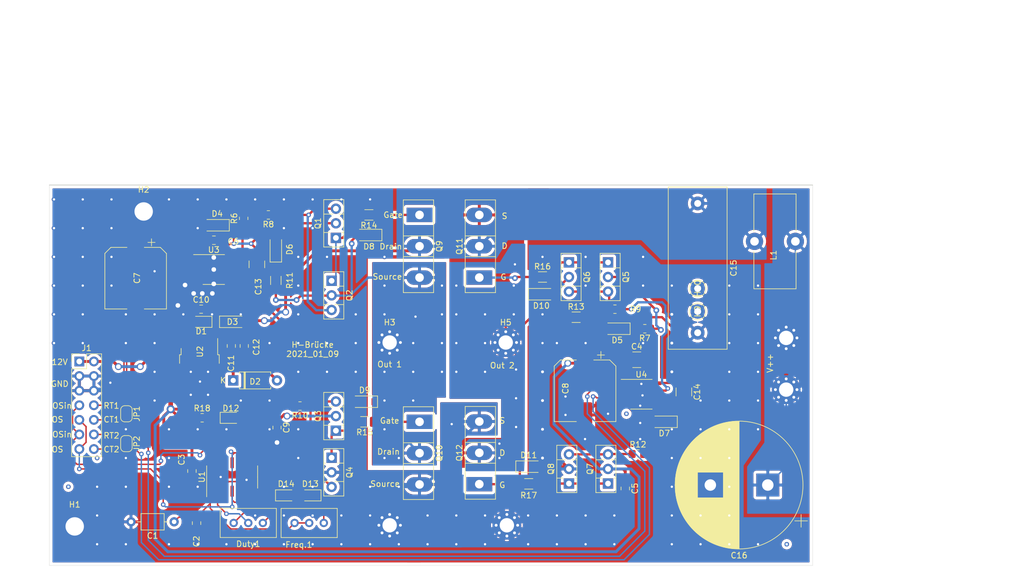
<source format=kicad_pcb>
(kicad_pcb (version 20240108) (generator "pcbnew") (generator_version "8.0")
  (title_block (title "H-Brücke") (date "2021-01-10") (rev "A1"))
  (layers (0 "F.Cu" signal) (31 "B.Cu" signal) (34 "B.Paste" user) (35 "F.Paste" user) (36 "B.SilkS" user "B.Silkscreen") (37 "F.SilkS" user "F.Silkscreen") (38 "B.Mask" user) (39 "F.Mask" user) (44 "Edge.Cuts" user))
  (net 0 "")
  (net 1 "Net-(Q1-Pad1)")
  (net 2 "+36V")
  (net 3 "GND")
  (net 4 "+12V")
  (net 5 "Net-(Q3-Pad3)")
  (net 6 "Net-(Q3-Pad1)")
  (net 7 "Net-(D5-Pad1)")
  (net 8 "Net-(D10-Pad1)")
  (net 9 "Net-(D12-Pad1)")
  (net 10 "CT2")
  (net 11 "Osc")
  (net 12 "RT2")
  (net 13 "OSC_inv")
  (net 14 "CT1")
  (net 15 "RT1")
  (net 16 "Net-(C11-Pad1)")
  (net 17 "Net-(Q7-Pad1)")
  (net 18 "Net-(C1-Pad1)")
  (net 19 "Net-(C14-Pad1)")
  (net 20 "Net-(D9-Pad1)")
  (net 21 "Net-(D11-Pad1)")
  (net 22 "Net-(Q5-Pad3)")
  (net 23 "Net-(Q5-Pad1)")
  (net 24 "Net-(Q7-Pad3)")
  (net 25 "Net-(R12-Pad2)")
  (net 26 "Net-(C13-Pad2)")
  (net 27 "Net-(C13-Pad1)")
  (net 28 "Net-(D4-Pad1)")
  (net 29 "Net-(D8-Pad2)")
  (net 30 "Net-(D8-Pad1)")
  (net 31 "Net-(D10-Pad2)")
  (net 32 "Net-(Q1-Pad3)")
  (net 33 "Net-(R8-Pad2)")
  (net 34 "Net-(R9-Pad2)")
  (net 35 "Net-(R10-Pad2)")
  (net 36 "Net-(C14-Pad2)")
  (net 37 "Net-(C16-Pad1)")
  (net 38 "Net-(D13-Pad2)")
  (net 39 "Net-(D13-Pad1)")
  (net 40 "Net-(D14-Pad1)")
  (net 41 "Net-(Duty1-Pad2)")
  (footprint "Diode_SMD:D_SOD-123" (layer "F.Cu") (at 88.25 92 180)
    (property "Reference" "D4")
    (property "Value" "D_Schottky")
  )
  (footprint "Package_TO_SOT_THT:TO-247-3_Vertical" (layer "F.Cu") (at 123.6 90.2 -90)
    (property "Reference" "Q9")
    (property "Value" "C2M0025120D")
  )
  (footprint "Package_SO:SOP-8_3.76x4.96mm_P1.27mm" (layer "F.Cu") (at 87.8 99.7)
    (property "Reference" "U3")
    (property "Value" "U3115S")
  )
  (footprint "Capacitor_SMD:C_0805_2012Metric_Pad1.18x1.45mm_HandSolder" (layer "F.Cu") (at 87.825 94.6)
    (property "Reference" "C6")
    (property "Value" "100nF")
  )
  (footprint "Capacitor_SMD:CP_Elec_10x10.5" (layer "F.Cu") (at 74.2 101.2 -90)
    (property "Reference" "C7")
    (property "Value" "100uF")
  )
  (footprint "MountingHole:MountingHole_2.5mm_Pad_Via" (layer "F.Cu") (at 187.4 111.6)
    (property "Reference" "H7")
    (property "Value" "MountingHole_Pad")
  )
  (footprint "MountingHole:MountingHole_2.5mm_Pad_Via" (layer "F.Cu") (at 118.4 112.4)
    (property "Reference" "H3")
    (property "Value" "MountingHole_Pad")
  )
  (footprint "MountingHole:MountingHole_2.5mm_Pad_Via" (layer "F.Cu") (at 118.4 144.2)
    (property "Reference" "H4")
    (property "Value" "MountingHole_Pad")
  )
  (footprint "MountingHole:MountingHole_3.2mm_M3_DIN965_Pad" (layer "F.Cu") (at 75.6 89.6)
    (property "Reference" "H2")
    (property "Value" "MountingHole_Pad")
  )
  (footprint "Capacitor_SMD:C_0805_2012Metric_Pad1.15x1.40mm_HandSolder" (layer "F.Cu") (at 85.6 106.6)
    (property "Reference" "C10")
    (property "Value" "1uF")
  )
  (footprint "Capacitor_SMD:C_0805_2012Metric_Pad1.15x1.40mm_HandSolder" (layer "F.Cu") (at 93.1 113 -90)
    (property "Reference" "C12")
    (property "Value" "100nF")
  )
  (footprint "Capacitor_SMD:C_1210_3225Metric_Pad1.42x2.65mm_HandSolder" (layer "F.Cu") (at 95.3 98.8 -90)
    (property "Reference" "C13")
    (property "Value" "10uF")
  )
  (footprint "LED_SMD:LED_0805_2012Metric_Pad1.15x1.40mm_HandSolder" (layer "F.Cu") (at 90.775 125.5)
    (property "Reference" "D12")
    (property "Value" "LED")
  )
  (footprint "Diode_SMD:D_0805_2012Metric_Pad1.15x1.40mm_HandSolder" (layer "F.Cu") (at 85.625 108.8 180)
    (property "Reference" "D1")
    (property "Value" "D")
  )
  (footprint "Jumper:SolderJumper-2_P1.3mm_Open_RoundedPad1.0x1.5mm" (layer "F.Cu") (at 72.6 124.8 -90)
    (property "Reference" "JP1")
    (property "Value" "SolderJumper_2_Bridged")
  )
  (footprint "Resistor_SMD:R_0805_2012Metric_Pad1.20x1.40mm_HandSolder" (layer "F.Cu") (at 85.775 125.5)
    (property "Reference" "R18")
    (property "Value" "10k")
  )
  (footprint "Resistor_SMD:R_0805_2012Metric_Pad1.20x1.40mm_HandSolder" (layer "F.Cu") (at 97.3 90.2 180)
    (property "Reference" "R8")
    (property "Value" "10R")
  )
  (footprint "Resistor_SMD:R_0805_2012Metric_Pad1.20x1.40mm_HandSolder" (layer "F.Cu") (at 102.8 123.45 180)
    (property "Reference" "R10")
    (property "Value" "10R")
  )
  (footprint "Package_TO_SOT_SMD:TO-252-2" (layer "F.Cu") (at 85.3 117 -90)
    (property "Reference" "U2")
    (property "Value" "L7812")
  )
  (footprint "MountingHole:MountingHole_3.2mm_M3_DIN965_Pad" (layer "F.Cu") (at 63.6 144.4)
    (property "Reference" "H1")
    (property "Value" "MountingHole_Pad")
  )
  (footprint "Diode_SMD:D_SOD-123" (layer "F.Cu") (at 91.05 108.8)
    (property "Reference" "D3")
    (property "Value" "D")
  )
  (footprint "Diode_SMD:D_SOD-123" (layer "F.Cu") (at 114.8 93.7 180)
    (property "Reference" "D8")
    (property "Value" "D_Zener")
  )
  (footprint "Diode_SMD:D_SOD-123" (layer "F.Cu") (at 114.05 122.7 180)
    (property "Reference" "D9")
    (property "Value" "D_Zener")
  )
  (footprint "Package_TO_SOT_THT:TO-126-3_Vertical" (layer "F.Cu") (at 109.05 94.2 90)
    (property "Reference" "Q1")
    (property "Value" "BD139")
  )
  (footprint "Package_TO_SOT_THT:TO-126-3_Vertical" (layer "F.Cu") (at 108.3 101.66 -90)
    (property "Reference" "Q2")
    (property "Value" "BD140")
  )
  (footprint "Package_TO_SOT_THT:TO-126-3_Vertical" (layer "F.Cu") (at 109.05 127.74 90)
    (property "Reference" "Q3")
    (property "Value" "BD139")
  )
  (footprint "Package_TO_SOT_THT:TO-126-3_Vertical" (layer "F.Cu") (at 108.3 132.45 -90)
    (property "Reference" "Q4")
    (property "Value" "BD140")
  )
  (footprint "Resistor_SMD:R_1206_3216Metric_Pad1.30x1.75mm_HandSolder" (layer "F.Cu") (at 114.7875 90.2 180)
    (property "Reference" "R14")
    (property "Value" "1R")
  )
  (footprint "Resistor_SMD:R_1206_3216Metric_Pad1.30x1.75mm_HandSolder" (layer "F.Cu") (at 114.0625 126.2 180)
    (property "Reference" "R15")
    (property "Value" "1R")
  )
  (footprint "Potentiometer_THT:Potentiometer_Bourns_3296W_Vertical" (layer "F.Cu") (at 91.26 143.8 180)
    (property "Reference" "Duty1")
    (property "Value" "1k")
  )
  (footprint "Capacitor_SMD:C_0805_2012Metric_Pad1.18x1.45mm_HandSolder" (layer "F.Cu") (at 84.8 143.825 -90)
    (property "Reference" "C2")
    (property "Value" "100n")
  )
  (footprint "Capacitor_SMD:C_0805_2012Metric_Pad1.15x1.40mm_HandSolder" (layer "F.Cu") (at 90.85 113 -90)
    (property "Reference" "C11")
    (property "Value" "100nF")
  )
  (footprint "Capacitor_SMD:C_0805_2012Metric_Pad1.15x1.40mm_HandSolder" (layer "F.Cu") (at 98.8 127.2 -90)
    (property "Reference" "C9")
    (property "Value" "100nF")
  )
  (footprint "Diode_THT:D_A-405_P7.62mm_Horizontal" (layer "F.Cu") (at 91.18 119)
    (property "Reference" "D2")
    (property "Value" "D")
  )
  (footprint "Diode_SMD:D_SOD-123" (layer "F.Cu") (at 98.6 96.15 90)
    (property "Reference" "D6")
    (property "Value" "D_Schottky")
  )
  (footprint "Resistor_SMD:R_1206_3216Metric_Pad1.30x1.75mm_HandSolder" (layer "F.Cu") (at 98.6 101.6 90)
    (property "Reference" "R11")
    (property "Value" "1R")
  )
  (footprint "Capacitor_THT:C_Rect_L28.0mm_W10.0mm_P22.50mm_MKS4" (layer "F.Cu") (at 172 88.2 -90)
    (property "Reference" "C15")
    (property "Value" "10uF")
  )
  (footprint "Diode_SMD:D_SOD-123" (layer "F.Cu") (at 158 110 180)
    (property "Reference" "D5")
    (property "Value" "D_Schottky")
  )
  (footprint "Diode_SMD:D_SOD-123" (layer "F.Cu") (at 166.2 126.2 180)
    (property "Reference" "D7")
    (property "Value" "D_Schottky")
  )
  (footprint "Diode_SMD:D_SOD-123" (layer "F.Cu") (at 144.8 104)
    (property "Reference" "D10")
    (property "Value" "D_Zener")
  )
  (footprint "MountingHole:MountingHole_2.5mm_Pad_Via" (layer "F.Cu") (at 187.4 120.6)
    (property "Reference" "H8")
    (property "Value" "MountingHole_Pad")
  )
  (footprint "MountingHole:MountingHole_2.5mm_Pad_Via" (layer "F.Cu") (at 138.6 112.4)
    (property "Reference" "H5")
    (property "Value" "MountingHole_Pad")
  )
  (footprint "MountingHole:MountingHole_2.5mm_Pad_Via" (layer "F.Cu") (at 138.8 144.2)
    (property "Reference" "H6")
    (property "Value" "MountingHole_Pad")
  )
  (footprint "Connector_PinHeader_2.54mm:PinHeader_2x07_P2.54mm_Vertical" (layer "F.Cu") (at 64.4 115.7)
    (property "Reference" "J1")
    (property "Value" "Conn_02x07_Odd_Even")
  )
  (footprint "Jumper:SolderJumper-2_P1.3mm_Open_RoundedPad1.0x1.5mm" (layer "F.Cu") (at 72.6 130 -90)
    (property "Reference" "JP2")
    (property "Value" "SolderJumper_2_Bridged")
  )
  (footprint "Package_TO_SOT_THT:TO-126-3_Vertical" (layer "F.Cu") (at 149.6 98.46 -90)
    (property "Reference" "Q6")
    (property "Value" "BD140")
  )
  (footprint "Package_TO_SOT_THT:TO-126-3_Vertical" (layer "F.Cu") (at 156.4 136.94 90)
    (property "Reference" "Q7")
    (property "Value" "BD139")
  )
  (footprint "Package_TO_SOT_THT:TO-126-3_Vertical" (layer "F.Cu") (at 149.6 136.94 90)
    (property "Reference" "Q8")
    (property "Value" "BD140")
  )
  (footprint "Package_TO_SOT_THT:TO-247-3_Vertical" (layer "F.Cu") (at 134 101.1 90)
    (property "Reference" "Q11")
    (property "Value" "C2M0025120D")
  )
  (footprint "Resistor_SMD:R_0805_2012Metric_Pad1.20x1.40mm_HandSolder" (layer "F.Cu") (at 93 90.8 90)
    (property "Reference" "R6")
    (property "Value" "10R")
  )
  (footprint "Resistor_SMD:R_0805_2012Metric_Pad1.20x1.40mm_HandSolder" (layer "F.Cu") (at 162.8 110 180)
    (property "Reference" "R7")
    (property "Value" "10R")
  )
  (footprint "Resistor_SMD:R_0805_2012Metric_Pad1.20x1.40mm_HandSolder" (layer "F.Cu") (at 157.6 106.6)
    (property "Reference" "R9")
    (property "Value" "10R")
  )
  (footprint "Resistor_SMD:R_0805_2012Metric_Pad1.20x1.40mm_HandSolder" (layer "F.Cu") (at 161.6 131.8)
    (property "Reference" "R12")
    (property "Value" "10R")
  )
  (footprint "Resistor_SMD:R_1206_3216Metric_Pad1.30x1.75mm_HandSolder" (layer "F.Cu") (at 150.85 108)
    (property "Reference" "R13")
    (property "Value" "1R")
  )
  (footprint "Resistor_SMD:R_1206_3216Metric_Pad1.30x1.75mm_HandSolder" (layer "F.Cu") (at 145 101)
    (property "Reference" "R16")
    (property "Value" "1R")
  )
  (footprint "Resistor_SMD:R_1206_3216Metric_Pad1.30x1.75mm_HandSolder" (layer "F.Cu") (at 142.6 137)
    (property "Reference" "R17")
    (property "Value" "1R")
  )
  (footprint "Package_SO:SOP-8_3.76x4.96mm_P1.27mm" (layer "F.Cu") (at 162.2 121.4)
    (property "Reference" "U4")
    (property "Value" "U3115S")
  )
  (footprint "Package_TO_SOT_THT:TO-247-3_Vertical" (layer "F.Cu") (at 134 137.05 90)
    (property "Reference" "Q12")
    (property "Value" "C2M0025120D")
  )
  (footprint "Package_TO_SOT_THT:TO-247-3_Vertical" (layer "F.Cu") (at 123.6 126.2 -90)
    (property "Reference" "Q10")
    (property "Value" "C2M0025120D")
  )
  (footprint "Capacitor_SMD:C_0805_2012Metric_Pad1.18x1.45mm_HandSolder" (layer "F.Cu") (at 84 134.7625 -90)
    (property "Reference" "C3")
    (property "Value" "100nF")
  )
  (footprint "Capacitor_SMD:C_1210_3225Metric_Pad1.33x2.70mm_HandSolder" (layer "F.Cu") (at 169.6 121 -90)
    (property "Reference" "C14")
    (property "Value" "10uF")
  )
  (footprint "Diode_SMD:D_SOD-123" (layer "F.Cu") (at 142.6 134)
    (property "Reference" "D11")
    (property "Value" "D_Zener")
  )
  (footprint "Capacitor_SMD:C_1210_3225Metric_Pad1.33x2.70mm_HandSolder" (layer "F.Cu") (at 161.4 115.4)
    (property "Reference" "C4")
    (property "Value" "10uF")
  )
  (footprint "Capacitor_THT:CP_Radial_D22.0mm_P10.00mm_SnapIn" (layer "F.Cu") (at 184.2 137.2 180)
    (property "Reference" "C16")
    (property "Value" "100uF")
  )
  (footprint "Package_TO_SOT_THT:TO-126-3_Vertical" (layer "F.Cu") (at 156.4 98.46 -90)
    (property "Reference" "Q5")
    (property "Value" "BD139")
  )
  (footprint "Inductor_THT:L_Toroid_Vertical_L16.3mm_W7.1mm_P7.11mm_Pulse_H" (layer "F.Cu") (at 189 94.8 -90)
    (property "Reference" "L1")
    (property "Value" "L")
  )
  (footprint "Capacitor_SMD:CP_Elec_10x10.5" (layer "F.Cu") (at 152.4 120.8 -90)
    (property "Reference" "C8")
    (property "Value" "100uF")
  )
  (footprint "Capacitor_SMD:C_0805_2012Metric_Pad1.18x1.45mm_HandSolder" (layer "F.Cu") (at 159.4 137.8 -90)
    (property "Reference" "C5")
    (property "Value" "100nF")
  )
  (footprint "Package_SO:SO-14_3.9x8.65mm_P1.27mm" (layer "F.Cu") (at 91 135.8 90)
    (property "Reference" "U1")
    (property "Value" "40106")
  )
  (footprint "Diode_SMD:D_0805_2012Metric_Pad1.15x1.40mm_HandSolder" (layer "F.Cu") (at 104.6 139 180)
    (property "Reference" "D13")
    (property "Value" "D")
  )
  (footprint "Diode_SMD:D_0805_2012Metric_Pad1.15x1.40mm_HandSolder" (layer "F.Cu") (at 100.4 139)
    (property "Reference" "D14")
    (property "Value" "D")
  )
  (footprint "Potentiometer_THT:Potentiometer_Bourns_3296W_Vertical" (layer "F.Cu") (at 106.94 143.8)
    (property "Reference" "Freq.1")
    (property "Value" "10k")
  )
  (footprint "Capacitor_THT:C_Axial_L3.8mm_D2.6mm_P7.50mm_Horizontal" (layer "F.Cu") (at 80.9 143.6 180)
    (property "Reference" "C1")
    (property "Value" "100n")
  )
  (footprint "TestPoint:TestPoint_THTPad_D2.5mm_Drill1.2mm" (layer "F.Cu") (at 172 107 90)
    (property "Reference" "H9")
    (property "Value" "MountingHole_Pad")
  )
  (footprint "TestPoint:TestPoint_THTPad_D2.5mm_Drill1.2mm" (layer "F.Cu") (at 172 103 90)
    (property "Reference" "H10")
    (property "Value" "MountingHole_Pad")
  )
  (gr_line (start 59.2 151) (end 59.2 85) (stroke (width 0.05)) (layer "Edge.Cuts"))
  (gr_line (start 59.2 151.2) (end 59.4 151.2) (stroke (width 0.05)) (layer "Edge.Cuts"))
  (gr_line (start 59.2 151) (end 59.2 151.2) (stroke (width 0.05)) (layer "Edge.Cuts"))
  (gr_line (start 59.2 85) (end 192 85) (stroke (width 0.15)) (layer "Edge.Cuts"))
  (gr_line (start 192 85) (end 192 151.2) (stroke (width 0.05)) (layer "Edge.Cuts"))
  (gr_line (start 192 151.2) (end 59.4 151.2) (stroke (width 0.05)) (layer "Edge.Cuts"))
  (gr_text "D" (at 138 131.6 0) (layer "F.SilkS") (effects (font (size 1 1))))
  (gr_text "OSin" (at 61.4 123.4 0) (layer "F.SilkS") (effects (font (size 1 1))))
  (gr_text "Gate" (at 119 90.2 0) (layer "F.SilkS") (effects (font (size 1 1))))
  (gr_text "CT2" (at 70 131 0) (layer "F.SilkS") (effects (font (size 1 1))))
  (gr_text "D" (at 138.4 95.6 0) (layer "F.SilkS") (effects (font (size 1 1))))
  (gr_text "V++" (at 184.6 116 90) (layer "F.SilkS") (effects (font (size 1 1))))
  (gr_text "CT1" (at 70 125.8 0) (layer "F.SilkS") (effects (font (size 1 1))))
  (gr_text "G" (at 138.2 101 0) (layer "F.SilkS") (effects (font (size 1 1))))
  (gr_text "Out 2" (at 138 116.4 0) (layer "F.SilkS") (effects (font (size 1 1))))
  (gr_text "Source" (at 118 100.95 0) (layer "F.SilkS") (effects (font (size 1 1))))
  (gr_text "12V" (at 61 115.8 0) (layer "F.SilkS") (effects (font (size 1 1))))
  (gr_text "Gate" (at 118.4 126 0) (layer "F.SilkS") (effects (font (size 1 1))))
  (gr_text "S\n" (at 138.4 90.4 0) (layer "F.SilkS") (effects (font (size 1 1))))
  (gr_text "OSin" (at 61.4 128.4 0) (layer "F.SilkS") (effects (font (size 1 1))))
  (gr_text "OS" (at 60.6 131 0) (layer "F.SilkS") (effects (font (size 1 1))))
  (gr_text "Drain" (at 118.6 95.7 0) (layer "F.SilkS") (effects (font (size 1 1))))
  (gr_text "Out 1" (at 118.4 116.2 0) (layer "F.SilkS") (effects (font (size 1 1))))
  (gr_text "OS" (at 60.6 125.8 0) (layer "F.SilkS") (effects (font (size 1 1))))
  (gr_text "RT2" (at 70 128.6 0) (layer "F.SilkS") (effects (font (size 1 1))))
  (gr_text "RT1" (at 70 123.4 0) (layer "F.SilkS") (effects (font (size 1 1))))
  (gr_text "GND" (at 61 119.6 0) (layer "F.SilkS") (effects (font (size 1 1))))
  (gr_text "G" (at 138 137.2 0) (layer "F.SilkS") (effects (font (size 1 1))))
  (gr_text "H-Brücke\n2021_01_09" (at 105 113.6 0) (layer "F.SilkS") (effects (font (size 1 1))))
  (gr_text "Drain" (at 118.2 131.4 0) (layer "F.SilkS") (effects (font (size 1 1))))
  (gr_text "S" (at 138 126 0) (layer "F.SilkS") (effects (font (size 1 1))))
  (gr_text "Source" (at 117.6 137 0) (layer "F.SilkS") (effects (font (size 1 1))))
  (via (at 187.5 147.5) (size 0.8) (drill 0.4) (layers "F.Cu" "B.Cu") (net 0))
  (via (at 62.5 137.5) (size 0.8) (drill 0.4) (layers "F.Cu" "B.Cu") (net 0))
  (via (at 159.6 124.8) (size 0.8) (drill 0.4) (layers "F.Cu" "B.Cu") (net 0))
  (via (at 67.5 132.5) (size 0.8) (drill 0.4) (layers "F.Cu" "B.Cu") (net 0))
  (segment (start 108.69 101.1) (end 108.3 101.49) (width 0.25) (layer "F.Cu") (net 1))
  (segment (start 111.4 93) (end 111.4 90.6) (width 0.4) (layer "F.Cu") (net 1))
  (segment (start 109.05 94.2) (end 109.4 94.2) (width 0.25) (layer "F.Cu") (net 1))
  (segment (start 111.8 90.2) (end 113.2375 90.2) (width 0.4) (layer "F.Cu") (net 1))
  (segment (start 111.4 90.6) (end 111.8 90.2) (width 0.4) (layer "F.Cu") (net 1))
  (segment (start 109.05 94.2) (end 110.2 94.2) (width 0.4) (layer "F.Cu") (net 1))
  (segment (start 110.2 94.2) (end 111.4 93) (width 0.4) (layer "F.Cu") (net 1))
  (segment (start 109.05 94.2) (end 109.05 100.91) (width 0.25) (layer "B.Cu") (net 1))
  (segment (start 109.05 100.91) (end 108.3 101.66) (width 0.25) (layer "B.Cu") (net 1))
  (segment (start 100.3 101.9) (end 100.3 107.1) (width 0.5) (layer "F.Cu") (net 2))
  (segment (start 96.6 108.6) (end 92.9 108.6) (width 0.5) (layer "F.Cu") (net 2))
  (segment (start 92.9 108.6) (end 92.7 108.8) (width 0.5) (layer "F.Cu") (net 2))
  (segment (start 105.75 96.45) (end 100.3 101.9) (width 0.5) (layer "F.Cu") (net 2))
  (segment (start 105.75 96.45) (end 122.8 96.45) (width 0.5) (layer "F.Cu") (net 2))
  (segment (start 98.8 119) (end 94.8 115) (width 0.5) (layer "F.Cu") (net 2))
  (segment (start 93.1 109.9) (end 92.45 109.25) (width 0.5) (layer "F.Cu") (net 2))
  (segment (start 122.8 96.45) (end 123.6 95.65) (width 0.5) (layer "F.Cu") (net 2))
  (segment (start 94.8 113.675) (end 93.1 111.975) (width 0.5) (layer "F.Cu") (net 2))
  (segment (start 93.1 111.975) (end 93.1 109.9) (width 0.5) (layer "F.Cu") (net 2))
  (segment (start 94.8 115) (end 94.8 113.675) (width 0.5) (layer "F.Cu") (net 2))
  (via (at 96.6 108.6) (size 1.2) (drill 0.8) (layers "F.Cu" "B.Cu") (net 2))
  (via (at 100.3 107.1) (size 1.2) (drill 0.8) (layers "F.Cu" "B.Cu") (net 2))
  (segment (start 134 95.65) (end 123.6 95.65) (width 0.5) (layer "B.Cu") (net 2))
  (segment (start 100.3 107.1) (end 99.3 107.1) (width 0.5) (layer "B.Cu") (net 2))
  (segment (start 99.3 107.1) (end 97.8 108.6) (width 0.5) (layer "B.Cu") (net 2))
  (segment (start 169.8 90.4) (end 172 88.2) (width 0.5) (layer "B.Cu") (net 2))
  (segment (start 175.29 88.2) (end 181.89 94.8) (width 0.5) (layer "B.Cu") (net 2))
  (segment (start 139.25 90.4) (end 134 95.65) (width 0.5) (layer "B.Cu") (net 2))
  (segment (start 172 88.2) (end 175.29 88.2) (width 0.5) (layer "B.Cu") (net 2))
  (segment (start 139.25 90.4) (end 169.8 90.4) (width 0.5) (layer "B.Cu") (net 2))
  (segment (start 97.8 108.6) (end 96.6 108.6) (width 0.5) (layer "B.Cu") (net 2))
  (segment (start 162.4 121.6) (end 162.9625 121.0375) (width 0.5) (layer "F.Cu") (net 3))
  (segment (start 89 135.8) (end 90.4 135.8) (width 0.5) (layer "F.Cu") (net 3))
  (segment (start 93.5 136.3) (end 94.81 137.61) (width 0.5) (layer "F.Cu") (net 3))
  (segment (start 164.55 126.2) (end 162.2 126.2) (width 0.5) (layer "F.Cu") (net 3))
  (segment (start 85.8 102.1425) (end 85.2625 101.605) (width 0.5) (layer "F.Cu") (net 3))
  (segment (start 87.55 103.86) (end 85.8 103.86) (width 0.5) (layer "F.Cu") (net 3))
  (segment (start 88 135.8) (end 89 135.8) (width 0.5) (layer "F.Cu") (net 3))
  (segment (start 85.8 103.86) (end 84.3 103.86) (width 0.5) (layer "F.Cu") (net 3))
  (segment (start 162 126.4) (end 162 125.6425) (width 0.5) (layer "F.Cu") (net 3))
  (segment (start 79 142.8) (end 79 145.6) (width 0.5) (layer "F.Cu") (net 3))
  (segment (start 159.6625 123.305) (end 160.695 123.305) (width 0.5) (layer "F.Cu") (net 3))
  (segment (start 84.26 103.86) (end 82.8 102.4) (width 0.5) (layer "F.Cu") (net 3))
  (segment (start 81.85 136.75) (end 82.47499 136.12501) (width 0.5) (layer "F.Cu") (net 3))
  (segment (start 90.4 135.8) (end 93 135.8) (width 0.5) (layer "F.Cu") (net 3))
  (segment (start 91.8 122) (end 93.3 120.5) (width 0.5) (layer "F.Cu") (net 3))
  (segment (start 162.9625 121.0375) (end 162.9625 115.4) (width 0.5) (layer "F.Cu") (net 3))
  (segment (start 81.85 136.75) (end 81.85 139.95) (width 0.5) (layer "F.Cu") (net 3))
  (segment (start 86.625 106.6) (end 86.625 106.625) (width 0.5) (layer "F.Cu") (net 3))
  (segment (start 162.2 126.2) (end 162 126.4) (width 0.5) (layer "F.Cu") (net 3))
  (segment (start 88.46 135.34) (end 88 135.8) (width 0.5) (layer "F.Cu") (net 3))
  (segment (start 146.8 130.6) (end 146.8 131.6) (width 0.5) (layer "F.Cu") (net 3))
  (segment (start 82.47499 136.12501) (end 83.67499 136.12501) (width 0.5) (layer "F.Cu") (net 3))
  (segment (start 87.8 102.2) (end 87.8 103.61) (width 0.5) (layer "F.Cu") (net 3))
  (segment (start 84.3 103.86) (end 84.26 103.86) (width 0.5) (layer "F.Cu") (net 3))
  (segment (start 88.85 94.6) (end 88.85 96.56) (width 0.5) (layer "F.Cu") (net 3))
  (segment (start 87.8 103.61) (end 87.55 103.86) (width 0.5) (layer "F.Cu") (net 3))
  (segment (start 91.8 125.5) (end 91.8 122) (width 0.5) (layer "F.Cu") (net 3))
  (segment (start 86.625 106.625) (end 87.5 107.5) (width 0.5) (layer "F.Cu") (net 3))
  (segment (start 88.85 96.56) (end 87.8 97.61) (width 0.5) (layer "F.Cu") (net 3))
  (segment (start 146.8 131.6) (end 149.6 134.4) (width 0.5) (layer "F.Cu") (net 3))
  (segment (start 82.21 105.95) (end 84.3 103.86) (width 0.5) (layer "F.Cu") (net 3))
  (segment (start 93.1 120.3) (end 93.3 120.5) (width 0.5) (layer "F.Cu") (net 3))
  (segment (start 87.8 97.61) (end 87.8 99.7) (width 0.5) (layer "F.Cu") (net 3))
  (segment (start 85.3 119.1) (end 86.3 119.1) (width 0.5) (layer "F.Cu") (net 3))
  (segment (start 74.2 105.4) (end 76.7 105.4) (width 0.5) (layer "F.Cu") (net 3))
  (segment (start 162 125.6425) (end 159.6625 123.305) (width 0.5) (layer "F.Cu") (net 3))
  (segment (start 82.2 146.2) (end 83.5375 144.8625) (width 0.5) (layer "F.Cu") (net 3))
  (segment (start 159.4 138.8375) (end 159.4 140.6) (width 0.5) (layer "F.Cu") (net 3))
  (segment (start 149.2 134) (end 149.6 134.4) (width 0.5) (layer "F.Cu") (net 3))
  (segment (start 94.81 137.61) (end 94.81 138.475) (width 0.5) (layer "F.Cu") (net 3))
  (segment (start 88.46 133.525) (end 88.46 135.34) (width 0.5) (layer "F.Cu") (net 3))
  (segment (start 76.7 105.4) (end 77.25 105.95) (width 0.5) (layer "F.Cu") (net 3))
  (segment (start 87.8 99.7) (end 87.8 102.2) (width 0.5) (layer "F.Cu") (net 3))
  (segment (start 79 145.6) (end 79.6 146.2) (width 0.5) (layer "F.Cu") (net 3))
  (segment (start 160.695 123.305) (end 162.4 121.6) (width 0.5) (layer "F.Cu") (net 3))
  (segment (start 66.94 120.78) (end 66.94 118.24) (width 0.5) (layer "F.Cu") (net 3))
  (segment (start 64.4 120.78) (end 64.4 118.24) (width 0.5) (layer "F.Cu") (net 3))
  (segment (start 98.8 128.225) (end 98.8 129.8) (width 0.5) (layer "F.Cu") (net 3))
  (segment (start 84 135.8) (end 88 135.8) (width 0.5) (layer "F.Cu") (net 3))
  (segment (start 85.8 103.86) (end 85.8 102.1425) (width 0.5) (layer "F.Cu") (net 3))
  (segment (start 84.8 144.85) (end 84.45 144.85) (width 0.5) (layer "F.Cu") (net 3))
  (segment (start 154.095 123.305) (end 152.4 125) (width 0.5) (layer "F.Cu") (net 3))
  (segment (start 64.4 118.24) (end 66.94 118.24) (width 0.5) (layer "F.Cu") (net 3))
  (segment (start 93.1 114.025) (end 93.1 120.3) (width 0.5) (layer "F.Cu") (net 3))
  (segment (start 152.4 125) (end 146.8 130.6) (width 0.5) (layer "F.Cu") (net 3))
  (segment (start 159.4 140.6) (end 157.5 142.5) (width 0.5) (layer "F.Cu") (net 3))
  (segment (start 93 135.8) (end 93.5 136.3) (width 0.5) (layer "F.Cu") (net 3))
  (segment (start 66.94 120.78) (end 64.4 120.78) (width 0.5) (layer "F.Cu") (net 3))
  (segment (start 159.6625 123.305) (end 154.095 123.305) (width 0.5) (layer "F.Cu") (net 3))
  (segment (start 89.2 122) (end 91.8 122) (width 0.5) (layer "F.Cu") (net 3))
  (segment (start 79.6 146.2) (end 82.2 146.2) (width 0.5) (layer "F.Cu") (net 3))
  (segment (start 81.55 105.95) (end 82.21 105.95) (width 0.5) (layer "F.Cu") (net 3))
  (segment (start 144.25 134) (end 149.2 134) (width 0.5) (layer "F.Cu") (net 3))
  (segment (start 83.67499 136.12501) (end 84 135.8) (width 0.5) (layer "F.Cu") (net 3))
  (segment (start 83.5375 144.8625) (end 84.8 144.8625) (width 0.5) (layer "F.Cu") (net 3))
  (segment (start 81.55 105.95) (end 77.25 105.95) (width 0.5) (layer "F.Cu") (net 3))
  (segment (start 81.85 139.95) (end 79 142.8) (width 0.5) (layer "F.Cu") (net 3))
  (segment (start 86.3 119.1) (end 89.2 122) (width 0.5) (layer "F.Cu") (net 3))
  (segment (start 93.1 114.025) (end 90.85 114.025) (width 0.5) (layer "F.Cu") (net 3))
  (via (at 84.3 103.86) (size 1.2) (drill 0.8) (layers "F.Cu" "B.Cu") (net 3))
  (via (at 82.8 102.4) (size 1.2) (drill 0.8) (layers "F.Cu" "B.Cu") (net 3))
  (via (at 65 92.5) (size 0.8) (drill 0.4) (layers "F.Cu" "B.Cu") (net 3))
  (via (at 86.8 121.5) (size 0.8) (drill 0.4) (layers "F.Cu" "B.Cu") (net 3))
  (via (at 83.8 121.5) (size 0.8) (drill 0.4) (layers "F.Cu" "B.Cu") (net 3))
  (via (at 162.4 121.6) (size 0.8) (drill 0.4) (layers "F.Cu" "B.Cu") (net 3))
  (via (at 156.4 124.8) (size 0.8) (drill 0.4) (layers "F.Cu" "B.Cu") (net 3))
  (via (at 87.8 102.2) (size 1.2) (drill 0.8) (layers "F.Cu" "B.Cu") (net 3))
  (via (at 145 132.5) (size 1) (drill 0.5) (layers "F.Cu" "B.Cu") (net 3))
  (via (at 167.5 117.5) (size 1) (drill 0.5) (layers "F.Cu" "B.Cu") (net 3))
  (via (at 115 87.5) (size 0.8) (drill 0.4) (layers "F.Cu" "B.Cu") (net 3))
  (via (at 60 97.5) (size 0.8) (drill 0.4) (layers "F.Cu" "B.Cu") (net 3))
  (via (at 85 127.5) (size 0.8) (drill 0.4) (layers "F.Cu" "B.Cu") (net 3))
  (via (at 125 142.5) (size 0.8) (drill 0.4) (layers "F.Cu" "B.Cu") (net 3))
  (via (at 172.5 147.5) (size 0.8) (drill 0.4) (layers "F.Cu" "B.Cu") (net 3))
  (via (at 60 107.5) (size 0.8) (drill 0.4) (layers "F.Cu" "B.Cu") (net 3))
  (via (at 145 97.5) (size 0.8) (drill 0.4) (layers "F.Cu" "B.Cu") (net 3))
  (via (at 115 147.5) (size 0.8) (drill 0.4) (layers "F.Cu" "B.Cu") (net 3))
  (via (at 107.5 97.5) (size 0.8) (drill 0.4) (layers "F.Cu" "B.Cu") (net 3))
  (via (at 182.5 127.5) (size 0.8) (drill 0.4) (layers "F.Cu" "B.Cu") (net 3))
  (via (at 142.5 147.5) (size 0.8) (drill 0.4) (layers "F.Cu" "B.Cu") (net 3))
  (via (at 167.5 137.5) (size 0.8) (drill 0.4) (layers "F.Cu" "B.Cu") (net 3))
  (via (at 129.2 126.6) (size 0.8) (drill 0.4) (layers "F.Cu" "B.Cu") (net 3))
  (via (at 90 127.5) (size 0.8) (drill 0.4) (layers "F.Cu" "B.Cu") (net 3))
  (via (at 147.5 147.5) (size 0.8) (drill 0.4) (layers "F.Cu" "B.Cu") (net 3))
  (via (at 72.5 132.5) (size 0.8) (drill 0.4) (layers "F.Cu" "B.Cu") (net 3))
  (via (at 92.5 107.5) (size 0.8) (drill 0.4) (layers "F.Cu" "B.Cu") (net 3))
  (via (at 152.5 142.5) (size 0.8) (drill 0.4) (layers "F.Cu" "B.Cu") (net 3))
  (via (at 167.5 147.5) (size 0.8) (drill 0.4) (layers "F.Cu" "B.Cu") (net 3))
  (via (at 70 102.5) (size 0.8) (drill 0.4) (layers "F.Cu" "B.Cu") (net 3))
  (via (at 157.5 147.5) (size 0.8) (drill 0.4) (layers "F.Cu" "B.Cu") (net 3))
  (via (at 177.5 102.5) (size 0.8) (drill 0.4) (layers "F.Cu" "B.Cu") (net 3))
  (via (at 142.5 142.5) (size 0.8) (drill 0.4) (layers "F.Cu" "B.Cu") (net 3))
  (via (at 65 112.5) (size 0.8) (drill 0.4) (layers "F.Cu" "B.Cu") (net 3))
  (via (at 100 147.5) (size 0.8) (drill 0.4) (layers "F.Cu" "B.Cu") (net 3))
  (via (at 100 137.5) (size 0.8) (drill 0.4) (layers "F.Cu" "B.Cu") (net 3))
  (via (at 167.5 132.5) (size 0.8) (drill 0.4) (layers "F.Cu" "B.Cu") (net 3))
  (via (at 77.5 122.5) (size 0.8) (drill 0.4) (layers "F.Cu" "B.Cu") (net 3))
  (via (at 90 87.5) (size 0.8) (drill 0.4) (layers "F.Cu" "B.Cu") (net 3))
  (via (at 177.5 107.5) (size 0.8) (drill 0.4) (layers "F.Cu" "B.Cu") (net 3))
  (via (at 162.5 102.5) (size 0.8) (drill 0.4) (layers "F.Cu" "B.Cu") (net 3))
  (via (at 60 102.5) (size 0.8) (drill 0.4) (layers "F.Cu" "B.Cu") (net 3))
  (via (at 172.5 127.5) (size 0.8) (drill 0.4) (layers "F.Cu" "B.Cu") (net 3))
  (via (at 72.5 107.5) (size 0.8) (drill 0.4) (layers "F.Cu" "B.Cu") (net 3))
  (via (at 85 137.5) (size 0.8) (drill 0.4) (layers "F.Cu" "B.Cu") (net 3))
  (via (at 105 142.5) (size 0.8) (drill 0.4) (layers "F.Cu" "B.Cu") (net 3))
  (via (at 102.5 112.5) (size 0.8) (drill 0.4) (layers "F.Cu" "B.Cu") (net 3))
  (via (at 135 142.5) (size 0.8) (drill 0.4) (layers "F.Cu" "B.Cu") (net 3))
  (via (at 105 92.5) (size 0.8) (drill 0.4) (layers "F.Cu" "B.Cu") (net 3))
  (via (at 102.5 97.5) (size 0.8) (drill 0.4) (layers "F.Cu" "B.Cu") (net 3))
  (via (at 87.55 103.86) (size 1.2) (drill 0.8) (layers "F.Cu" "B.Cu") (net 3))
  (via (at 67.5 137.5) (size 0.8) (drill 0.4) (layers "F.Cu" "B.Cu") (net 3))
  (via (at 112.5 117.5) (size 0.8) (drill 0.4) (layers "F.Cu" "B.Cu") (net 3))
  (via (at 182.5 117.5) (size 0.8) (drill 0.4) (layers "F.Cu" "B.Cu") (net 3))
  (via (at 177.5 112.5) (size 0.8) (drill 0.4) (layers "F.Cu" "B.Cu") (net 3))
  (via (at 110 87.5) (size 0.8) (drill 0.4) (layers "F.Cu" "B.Cu") (net 3))
  (via (at 67.5 147.5) (size 0.8) (drill 0.4) (layers "F.Cu" "B.Cu") (net 3))
  (via (at 102.5 102.5) (size 0.8) (drill 0.4) (layers "F.Cu" "B.Cu") (net 3))
  (via (at 115 137.5) (size 0.8) (drill 0.4) (layers "F.Cu" "B.Cu") (net 3))
  (via (at 152.5 97.5) (size 0.8) (drill 0.4) (layers "F.Cu" "B.Cu") (net 3))
  (via (at 135 147.5) (size 0.8) (drill 0.4) (layers "F.Cu" "B.Cu") (net 3))
  (via (at 145 112.5) (size 0.8) (drill 0.4) (layers "F.Cu" "B.Cu") (net 3))
  (via (at 149 121.8) (size 0.8) (drill 0.4) (layers "F.Cu" "B.Cu") (net 3))
  (via (at 102.5 117.5) (size 0.8) (drill 0.4) (layers "F.Cu" "B.Cu") (net 3))
  (via (at 80 87.5) (size 0.8) (drill 0.4) (layers "F.Cu" "B.Cu") (net 3))
  (via (at 145 117.5) (size 1) (drill 0.5) (layers "F.Cu" "B.Cu") (net 3))
  (via (at 125 147.5) (size 0.8) (drill 0.4) (layers "F.Cu" "B.Cu") (net 3))
  (via (at 182.5 107.5) (size 0.8) (drill 0.4) (layers "F.Cu" "B.Cu") (net 3))
  (via (at 97.5 122.5) (size 0.8) (drill 0.4) (layers "F.Cu" "B.Cu") (net 3))
  (via (at 85 147.5) (size 0.8) (drill 0.4) (layers "F.Cu" "B.Cu") (net 3))
  (via (at 80 127.5) (size 0.8) (drill 0.4) (layers "F.Cu" "B.Cu") (net 3))
  (via (at 102.5 132.5) (size 0.8) (drill 0.4) (layers "F.Cu" "B.Cu") (net 3))
  (via (at 145 127.5) (size 1) (drill 0.5) (layers "F.Cu" "B.Cu") (net 3))
  (via (at 107.5 112.5) (size 0.8) (drill 0.4) (layers "F.Cu" "B.Cu") (net 3))
  (via (at 87.8 99.7) (size 1.2) (drill 0.8) (layers "F.Cu" "B.Cu") (net 3))
  (via (at 117.5 97.5) (size 0.8) (drill 0.4) (layers "F.Cu" "B.Cu") (net 3))
  (via (at 80 147.5) (size 0.8) (drill 0.4) (layers "F.Cu" "B.Cu") (net 3))
  (via (at 177.5 117.5) (size 0.8) (drill 0.4) (layers "F.Cu" "B.Cu") (net 3))
  (via (at 167.5 102.5) (size 0.8) (drill 0.4) (layers "F.Cu" "B.Cu") (net 3))
  (via (at 83.8 117.5) (size 0.8) (drill 0.4) (layers "F.Cu" "B.Cu") (net 3))
  (via (at 182.5 102.5) (size 0.8) (drill 0.4) (layers "F.Cu" "B.Cu") (net 3))
  (via (at 162.2 119.6) (size 0.8) (drill 0.4) (layers "F.Cu" "B.Cu") (net 3))
  (via (at 85.4 119.2) (size 0.8) (drill 0.4) (layers "F.Cu" "B.Cu") (net 3))
  (via (at 162.5 112.5) (size 0.8) (drill 0.4) (layers "F.Cu" "B.Cu") (net 3))
  (via (at 100 142.5) (size 0.8) (drill 0.4) (layers "F.Cu" "B.Cu") (net 3))
  (via (at 147.5 142.5) (size 0.8) (drill 0.4) (layers "F.Cu" "B.Cu") (net 3))
  (via (at 145 107.5) (size 0.8) (drill 0.4) (layers "F.Cu" "B.Cu") (net 3))
  (via (at 65 107.5) (size 0.8) (drill 0.4) (layers "F.Cu" "B.Cu") (net 3))
  (via (at 110 147.5) (size 0.8) (drill 0.4) (layers "F.Cu" "B.Cu") (net 3))
  (via (at 182.5 122.5) (size 0.8) (drill 0.4) (layers "F.Cu" "B.Cu") (net 3))
  (via (at 95 142.5) (size 0.8) (drill 0.4) (layers "F.Cu" "B.Cu") (net 3))
  (via (at 60 92.5) (size 0.8) (drill 0.4) (layers "F.Cu" "B.Cu") (net 3))
  (via (at 115 142.5) (size 0.8) (drill 0.4) (layers "F.Cu" "B.Cu") (net 3))
  (via (at 65 87.5) (size 0.8) (drill 0.4) (layers "F.Cu" "B.Cu") (net 3))
  (via (at 70 92.5) (size 0.8) (drill 0.4) (layers "F.Cu" "B.Cu") (net 3))
  (via (at 105 87.5) (size 0.8) (drill 0.4) (layers "F.Cu" "B.Cu") (net 3))
  (via (at 167.5 127.5) (size 0.8) (drill 0.4) (layers "F.Cu" "B.Cu") (net 3))
  (via (at 177.5 142.5) (size 0.8) (drill 0.4) (layers "F.Cu" "B.Cu") (net 3))
  (via (at 100 92.5) (size 0.8) (drill 0.4) (layers "F.Cu" "B.Cu") (net 3))
  (via (at 97.5 112.5) (size 0.8) (drill 0.4) (layers "F.Cu" "B.Cu") (net 3))
  (via (at 86.8 117.5) (size 0.8) (drill 0.4) (layers "F.Cu" "B.Cu") (net 3))
  (via (at 92.5 122.5) (size 0.8) (drill 0.4) (layers "F.Cu" "B.Cu") (net 3))
  (via (at 82.5 107.5) (size 0.8) (drill 0.4) (layers "F.Cu" "B.Cu") (net 3))
  (via (at 80 132.5) (size 0.8) (drill 0.4) (layers "F.Cu" "B.Cu") (net 3))
  (via (at 77.5 107.5) (size 0.8) (drill 0.4) (layers "F.Cu" "B.Cu") (net 3))
  (via (at 105 147.5) (size 0.8) (drill 0.4) (layers "F.Cu" "B.Cu") (net 3))
  (via (at 72.5 127.5) (size 0.8) (drill 0.4) (layers "F.Cu" "B.Cu") (net 3))
  (via (at 130 147.5) (size 0.8) (drill 0.4) (layers "F.Cu" "B.Cu") (net 3))
  (via (at 90 147.5) (size 0.8) (drill 0.4) (layers "F.Cu" "B.Cu") (net 3))
  (via (at 67.5 142.5) (size 0.8) (drill 0.4) (layers "F.Cu" "B.Cu") (net 3))
  (via (at 89 135.8) (size 0.8) (drill 0.4) (layers "F.Cu" "B.Cu") (net 3))
  (via (at 107.5 117.5) (size 0.8) (drill 0.4) (layers "F.Cu" "B.Cu") (net 3))
  (via (at 177.5 132.5) (size 0.8) (drill 0.4) (layers "F.Cu" "B.Cu") (net 3))
  (via (at 95 147.5) (size 0.8) (drill 0.4) (layers "F.Cu" "B.Cu") (net 3))
  (via (at 85 92.5) (size 0.8) (drill 0.4) (layers "F.Cu" "B.Cu") (net 3))
  (via (at 162.5 97.5) (size 0.8) (drill 0.4) (layers "F.Cu" "B.Cu") (net 3))
  (via (at 162 129.2) (size 0.8) (drill 0.4) (layers "F.Cu" "B.Cu") (net 3))
  (via (at 167.5 112.5) (size 1) (drill 0.5) (layers "F.Cu" "B.Cu") (net 3))
  (via (at 145 122.5) (size 1) (drill 0.5) (layers "F.Cu" "B.Cu") (net 3))
  (via (at 130 142.5) (size 0.8) (drill 0.4) (layers "F.Cu" "B.Cu") (net 3))
  (via (at 182.5 112.5) (size 0.8) (drill 0.4) (layers "F.Cu" "B.Cu") (net 3))
  (via (at 77.5 100) (size 0.8) (drill 0.4) (layers "F.Cu" "B.Cu") (net 3))
  (via (at 105 137.5) (size 0.8) (drill 0.4) (layers "F.Cu" "B.Cu") (net 3))
  (via (at 65 102.5) (size 0.8) (drill 0.4) (layers "F.Cu" "B.Cu") (net 3))
  (via (at 70 87.5) (size 0.8) (drill 0.4) (layers "F.Cu" "B.Cu") (net 3))
  (via (at 182.5 147.5) (size 0.8) (drill 0.4) (layers "F.Cu" "B.Cu") (net 3))
  (via (at 177.5 122.5) (size 0.8) (drill 0.4) (layers "F.Cu" "B.Cu") (net 3))
  (via (at 167.5 107.5) (size 1) (drill 0.5) (layers "F.Cu" "B.Cu") (net 3))
  (via (at 172.5 122.5) (size 0.8) (drill 0.4) (layers "F.Cu" "B.Cu") (net 3))
  (via (at 147.5 112.5) (size 0.8) (drill 0.4) (layers "F.Cu" "B.Cu") (net 3))
  (via (at 177.5 127.5) (size 0.8) (drill 0.4) (layers "F.Cu" "B.Cu") (net 3))
  (via (at 177.5 137.5) (size 0.8) (drill 0.4) (layers "F.Cu" "B.Cu") (net 3))
  (via (at 72.5 147.5) (size 0.8) (drill 0.4) (layers "F.Cu" "B.Cu") (net 3))
  (via (at 149 125) (size 0.8) (drill 0.4) (layers "F.Cu" "B.Cu") (net 3))
  (via (at 60 112.5) (size 0.8) (drill 0.4) (layers "F.Cu" "B.Cu") (net 3))
  (via (at 77.5 117.5) (size 0.8) (drill 0.4) (layers "F.Cu" "B.Cu") (net 3))
  (via (at 167.5 142.5) (size 0.8) (drill 0.4) (layers "F.Cu" "B.Cu") (net 3))
  (via (at 70 97.5) (size 0.8) (drill 0.4) (layers "F.Cu" "B.Cu") (net 3))
  (via (at 98.8 129.8) (size 1.2) (drill 0.8) (layers "F.Cu" "B.Cu") (net 3))
  (via (at 162 126.4) (size 0.8) (drill 0.4) (layers "F.Cu" "B.Cu") (net 3))
  (via (at 85 87.5) (size 0.8) (drill 0.4) (layers "F.Cu" "B.Cu") (net 3))
  (via (at 152.5 102.5) (size 0.8) (drill 0.4) (layers "F.Cu" "B.Cu") (net 3))
  (via (at 87.8 97.61) (size 1.2) (drill 0.8) (layers "F.Cu" "B.Cu") (net 3))
  (via (at 95 87.5) (size 0.8) (drill 0.4) (layers "F.Cu" "B.Cu") (net 3))
  (via (at 102.5 107.5) (size 0.8) (drill 0.4) (layers "F.Cu" "B.Cu") (net 3))
  (via (at 152.5 112.5) (size 0.8) (drill 0.4) (layers "F.Cu" "B.Cu") (net 3))
  (via (at 80 137.5) (size 0.8) (drill 0.4) (layers "F.Cu" "B.Cu") (net 3))
  (via (at 97.5 127.5) (size 0.8) (drill 0.4) (layers "F.Cu" "B.Cu") (net 3))
  (via (at 102.5 127.5) (size 0.8) (drill 0.4) (layers "F.Cu" "B.Cu") (net 3))
  (via (at 81.55 105.95) (size 1.2) (drill 0.8) (layers "F.Cu" "B.Cu") (net 3))
  (via (at 152.5 147.5) (size 0.8) (drill 0.4) (layers "F.Cu" "B.Cu") (net 3))
  (via (at 85.8 103.86) (size 1.2) (drill 0.8) (layers "F.Cu" "B.Cu") (net 3))
  (via (at 172.5 142.5) (size 0.8) (drill 0.4) (layers "F.Cu" "B.Cu") (net 3))
  (via (at 60 87.5) (size 0.8) (drill 0.4) (layers "F.Cu" "B.Cu") (net 3))
  (via (at 65 97.5) (size 0.8) (drill 0.4) (layers "F.Cu" "B.Cu") (net 3))
  (via (at 72.5 112.5) (size 0.8) (drill 0.4) (layers "F.Cu" "B.Cu") (net 3))
  (via (at 69.8 119.4) (size 0.8) (drill 0.4) (layers "F.Cu" "B.Cu") (net 3))
  (via (at 162 123.4) (size 0.8) (drill 0.4) (layers "F.Cu" "B.Cu") (net 3))
  (via (at 87.5 107.5) (size 0.8) (drill 0.4) (layers "F.Cu" "B.Cu") (net 3))
  (via (at 172.5 132.5) (size 0.8) (drill 0.4) (layers "F.Cu" "B.Cu") (net 3))
  (via (at 112.5 107.5) (size 0.8) (drill 0.4) (layers "F.Cu" "B.Cu") (net 3))
  (via (at 152.4 129.2) (size 0.8) (drill 0.4) (layers "F.Cu" "B.Cu") (net 3))
  (via (at 100 87.5) (size 0.8) (drill 0.4) (layers "F.Cu" "B.Cu") (net 3))
  (via (at 112.5 112.5) (size 0.8) (drill 0.4) (layers "F.Cu" "B.Cu") (net 3))
  (via (at 93.5 136.3) (size 0.8) (drill 0.4) (layers "F.Cu" "B.Cu") (net 3))
  (via (at 120 137.5) (size 0.8) (drill 0.4) (layers "F.Cu" "B.Cu") (net 3))
  (via (at 110 142.5) (size 0.8) (drill 0.4) (layers "F.Cu" "B.Cu") (net 3))
  (via (at 177.5 147.5) (size 0.8) (drill 0.4) (layers "F.Cu" "B.Cu") (net 3))
  (via (at 120 147.5) (size 0.8) (drill 0.4) (layers "F.Cu" "B.Cu") (net 3))
  (via (at 72.5 137.5) (size 0.8) (drill 0.4) (layers "F.Cu" "B.Cu") (net 3))
  (via (at 77.5 112.5) (size 0.8) (drill 0.4) (layers "F.Cu" "B.Cu") (net 3))
  (via (at 157.5 142.5) (size 0.8) (drill 0.4) (layers "F.Cu" "B.Cu") (net 3))
  (segment (start 112.59 134.99) (end 112.59 135.09) (width 0.5) (layer "B.Cu") (net 3))
  (segment (start 120 137.5) (end 123.2 137.5) (width 0.5) (layer "B.Cu") (net 3))
  (segment (start 123.2 137.5) (end 123.6 137.1) (width 0.5) (layer "B.Cu") (net 3))
  (segment (start 126.7 135.1) (end 127.1 135.1) (width 0.5) (layer "B.Cu") (net 3))
  (segment (start 101.01 134.99) (end 101.01 133.51) (width 0.5) (layer "B.Cu") (net 3))
  (segment (start 97.6 130.1) (end 100 132.5) (width 0.5) (layer "B.Cu") (net 3))
  (segment (start 123.6 137.1) (end 124.7 137.1) (width 0.5) (layer "B.Cu") (net 3))
  (segment (start 141.4 141) (end 133.549998 141) (width 0.5) (layer "B.Cu") (net 3))
  (segment (start 138.6 145.4) (end 138.8 145.6) (width 0.5) (layer "B.Cu") (net 3))
  (segment (start 97.2 124.4) (end 97.6 124.4) (width 0.5) (layer "B.Cu") (net 3))
  (segment (start 129.4 130.75) (end 134 126.15) (width 0.5) (layer "B.Cu") (net 3))
  (segment (start 133.549998 141) (end 133.149998 140.6) (width 0.5) (layer "B.Cu") (net 3))
  (segment (start 123.6 140.2) (end 118.4 145.4) (width 0.5) (layer "B.Cu") (net 3))
  (segment (start 149.6 134.4) (end 148 134.4) (width 0.5) (layer "B.Cu") (net 3))
  (segment (start 93.3 120.5) (end 97.2 124.4) (width 0.5) (layer "B.Cu") (net 3))
  (segment (start 131.9 140.6) (end 130 142.5) (width 0.5) (layer "B.Cu") (net 3))
  (segment (start 120 137.5) (end 115 137.5) (width 0.5) (layer "B.Cu") (net 3))
  (segment (start 123.6 137.1) (end 123.6 140.2) (width 0.5) (layer "B.Cu") (net 3))
  (segment (start 124.7 137.1) (end 126.7 135.1) (width 0.5) (layer "B.Cu") (net 3))
  (segment (start 112.59 135.09) (end 115 137.5) (width 0.5) (layer "B.Cu") (net 3))
  (segment (start 148 134.4) (end 141.4 141) (width 0.5) (layer "B.Cu") (net 3))
  (segment (start 129.4 132.4) (end 129.4 130.75) (width 0.5) (layer "B.Cu") (net 3))
  (segment (start 108.3 134.99) (end 101.01 134.99) (width 0.5) (layer "B.Cu") (net 3))
  (segment (start 93.3 120.5) (end 78.3 120.5) (width 0.5) (layer "B.Cu") (net 3))
  (segment (start 133.149998 140.6) (end 131.9 140.6) (width 0.5) (layer "B.Cu") (net 3))
  (segment (start 129.4 132.8) (end 129.4 132.4) (width 0.5) (layer "B.Cu") (net 3))
  (segment (start 127.1 135.1) (end 129.4 132.8) (width 0.5) (layer "B.Cu") (net 3))
  (segment (start 67.22 120.5) (end 66.94 120.78) (width 0.5) (layer "B.Cu") (net 3))
  (segment (start 97.6 124.4) (end 97.6 130.1) (width 0.5) (layer "B.Cu") (net 3))
  (segment (start 101.01 133.51) (end 100 132.5) (width 0.5) (layer "B.Cu") (net 3))
  (segment (start 118.4 145.4) (end 138.6 145.4) (width 0.5) (layer "B.Cu") (net 3))
  (segment (start 112.59 134.99) (end 108.3 134.99) (width 0.5) (layer "B.Cu") (net 3))
  (segment (start 78.3 120.5) (end 67.22 120.5) (width 0.5) (layer "B.Cu") (net 3))
  (segment (start 64.099999 115.399999) (end 64.4 115.7) (width 0.5) (layer "F.Cu") (net 4))
  (segment (start 86.99 133.725) (end 87.19 133.525) (width 0.25) (layer "F.Cu") (net 4))
  (segment (start 84 133.725) (end 86.99 133.725) (width 0.25) (layer "F.Cu") (net 4))
  (segment (start 79.4 130.3) (end 79.099999 129.999999) (width 0.5) (layer "F.Cu") (net 4))
  (segment (start 159.8375 115.4) (end 159.8375 119.32) (width 0.8) (layer "F.Cu") (net 4))
  (segment (start 79.4 124.9) (end 80.3 124) (width 0.5) (layer "F.Cu") (net 4))
  (segment (start 83.02 112.8) (end 83.02 114.4) (width 0.8) (layer "F.Cu") (net 4))
  (segment (start 80.3 124) (end 81.8 124) (width 0.5) (layer "F.Cu") (net 4))
  (segment (start 84.6 108.8) (end 84.6 106.625) (width 0.5) (layer "F.Cu") (net 4))
  (segment (start 151.8 116) (end 152.4 116.6) (width 0.5) (layer "F.Cu") (net 4))
  (segment (start 86.79 133.725) (end 87.19 133.325) (width 0.5) (layer "F.Cu") (net 4))
  (segment (start 74.2 97) (end 68.2 103) (width 0.5) (layer "F.Cu") (net 4))
  (segment (start 84 133.725) (end 86.79 133.725) (width 0.5) (layer "F.Cu") (net 4))
  (segment (start 76.599999 115.000001) (end 75 116.6) (width 0.5) (layer "F.Cu") (net 4))
  (segment (start 80.3 115.5) (end 80.3 122.5) (width 0.8) (layer "F.Cu") (net 4))
  (segment (start 79.099999 129.999999) (end 79.099999 125.200001) (width 0.5) (layer "F.Cu") (net 4))
  (segment (start 156.35 110) (end 156.35 111.9125) (width 0.5) (layer "F.Cu") (net 4))
  (segment (start 159.8375 119.32) (end 159.6625 119.495) (width 0.5) (layer "F.Cu") (net 4))
  (segment (start 83.02 112.8) (end 78.8 112.8) (width 0.5) (layer "F.Cu") (net 4))
  (segment (start 66.94 115.7) (end 70.3 115.7) (width 0.5) (layer "F.Cu") (net 4))
  (segment (start 81.4 125.1) (end 80.3 124) (width 0.5) (layer "F.Cu") (net 4))
  (segment (start 74.2 97) (end 84.4675 97) (width 0.8) (layer "F.Cu") (net 4))
  (segment (start 68.800001 114.200001) (end 71.2 116.6) (width 0.5) (layer "F.Cu") (net 4))
  (segment (start 86.6 94.4) (end 86.8 94.6) (width 0.5) (layer "F.Cu") (net 4))
  (segment (start 83.02 110.255) (end 84.275 109) (width 0.5) (layer "F.Cu") (net 4))
  (segment (start 79.099999 125.200001) (end 79.4 124.9) (width 0.5) (layer "F.Cu") (net 4))
  (segment (start 64.4 115.7) (end 66.94 115.7) (width 0.5) (layer "F.Cu") (net 4))
  (segment (start 153.6 115.4) (end 152.4 116.6) (width 0.5) (layer "F.Cu") (net 4))
  (segment (start 81.4 127.732002) (end 81.4 125.1) (width 0.5) (layer "F.Cu") (net 4))
  (segment (start 82.467998 128.8) (end 81.4 127.732002) (width 0.5) (layer "F.Cu") (net 4))
  (segment (start 70.3 115.7) (end 71.2 116.6) (width 0.5) (layer "F.Cu") (net 4))
  (segment (start 94.992998 126.175) (end 92.367998 128.8) (width 0.5) (layer "F.Cu") (net 4))
  (segment (start 156.35 111.9125) (end 159.8375 115.4) (width 0.5) (layer "F.Cu") (net 4))
  (segment (start 68.2 103) (end 68.2 113.6) (width 0.5) (layer "F.Cu") (net 4))
  (segment (start 68.2 113.6) (end 68.800001 114.200001) (width 0.5) (layer "F.Cu") (net 4))
  (segment (start 85.2625 94.9375) (end 85.6 94.6) (width 0.8) (layer "F.Cu") (net 4))
  (segment (start 81.8 124) (end 83.3 125.5) (width 0.5) (layer "F.Cu") (net 4))
  (segment (start 80.8 115) (end 80.3 115.5) (width 0.8) (layer "F.Cu") (net 4))
  (segment (start 84.4675 97) (end 85.2625 97.795) (width 0.8) (layer "F.Cu") (net 4))
  (segment (start 85.6 94.6) (end 86.8 94.6) (width 0.8) (layer "F.Cu") (net 4))
  (segment (start 83.02 112.8) (end 83 112.8) (width 0.5) (layer "F.Cu") (net 4))
  (segment (start 100.05 124.925) (end 98.8 126.175) (width 0.5) (layer "F.Cu") (net 4))
  (segment (start 84 130.8) (end 84 133.725) (width 0.5) (layer "F.Cu") (net 4))
  (segment (start 86.6 92) (end 86.6 94.4) (width 0.5) (layer "F.Cu") (net 4))
  (segment (start 159.4 136.7625) (end 159.4 134.8) (width 0.5) (layer "F.Cu") (net 4))
  (segment (start 84.75 125.5) (end 84.3 125.05) (width 0.5) (layer "F.Cu") (net 4))
  (segment (start 83.5 130.3) (end 84 130.8) (width 0.5) (layer "F.Cu") (net 4))
  (segment (start 84.6 106.625) (end 84.575 106.6) (width 0.5) (layer "F.Cu") (net 4))
  (segment (start 83.02 112.8) (end 83.02 110.255) (width 0.5) (layer "F.Cu") (net 4))
  (segment (start 79.4 130.3) (end 83.5 130.3) (width 0.5) (layer "F.Cu") (net 4))
  (segment (start 83.02 114.4) (end 82.42 115) (width 0.8) (layer "F.Cu") (net 4))
  (segment (start 78.8 112.8) (end 76.599999 115.000001) (width 0.5) (layer "F.Cu") (net 4))
  (segment (start 82.42 115) (end 80.8 115) (width 0.8) (layer "F.Cu") (net 4))
  (segment (start 157.6 134.4) (end 156.4 134.4) (width 0.5) (layer "F.Cu") (net 4))
  (segment (start 63.8 115.1) (end 64.4 115.7) (width 0.5) (layer "F.Cu") (net 4))
  (segment (start 159.4 134.8) (end 159 134.4) (width 0.5) (layer "F.Cu") (net 4))
  (segment (start 159.8375 115.4) (end 153.6 115.4) (width 0.8) (layer "F.Cu") (net 4))
  (segment (start 92.367998 128.8) (end 82.467998 128.8) (width 0.5) (layer "F.Cu") (net 4))
  (segment (start 80.3 124) (end 80.3 122.5) (width 0.8) (layer "F.Cu") (net 4))
  (segment (start 149.4 116) (end 151.8 116) (width 0.5) (layer "F.Cu") (net 4))
  (segment (start 85.2625 97.795) (end 85.2625 94.9375) (width 0.8) (layer "F.Cu") (net 4))
  (segment (start 159 134.4) (end 157.6 134.4) (width 0.5) (layer "F.Cu") (net 4))
  (segment (start 98.8 126.175) (end 94.992998 126.175) (width 0.5) (layer "F.Cu") (net 4))
  (segment (start 83.3 125.5) (end 84.75 125.5) (width 0.5) (layer "F.Cu") (net 4))
  (via (at 80.3 124) (size 1.4) (drill 0.8) (layers "F.Cu" "B.Cu") (net 4))
  (via (at 75 116.6) (size 1.2) (drill 0.8) (layers "F.Cu" "B.Cu") (net 4))
  (via (at 149.4 116) (size 1.2) (drill 0.8) (layers "F.Cu" "B.Cu") (net 4))
  (via (at 71.2 116.6) (size 1.2) (drill 0.8) (layers "F.Cu" "B.Cu") (net 4))
  (via (at 100.55 125.2) (size 1.2) (drill 0.8) (layers "F.Cu" "B.Cu") (net 4))
  (segment (start 77.6 146.6) (end 77.6 126.8) (width 0.5) (layer "B.Cu") (net 4))
  (segment (start 156.4 134.4) (end 154.8 134.4) (width 0.5) (layer "B.Cu") (net 4))
  (segment (start 154.8 134.4) (end 147 126.6) (width 0.5) (layer "B.Cu") (net 4))
  (segment (start 160.4 134.4) (end 161.8 135.8) (width 0.5) (layer "B.Cu") (net 4))
  (segment (start 147 126.6) (end 147 118.4) (width 0.5) (layer "B.Cu") (net 4))
  (segment (start 77.6 126.8) (end 80.3 124.1) (width 0.5) (layer "B.Cu") (net 4))
  (segment (start 157.8 148.8) (end 79.8 148.8) (width 0.5) (layer "B.Cu") (net 4))
  (segment (start 79.8 148.8) (end 77.6 146.6) (width 0.5) (layer "B.Cu") (net 4))
  (segment (start 109.05 125.2) (end 100.55 125.2) (width 0.5) (layer "B.Cu") (net 4))
  (segment (start 147 118.4) (end 149.4 116) (width 0.5) (layer "B.Cu") (net 4))
  (segment (start 161.8 144.8) (end 157.8 148.8) (width 0.5) (layer "B.Cu") (net 4))
  (segment (start 156.4 134.4) (end 160.4 134.4) (width 0.5) (layer "B.Cu") (net 4))
  (segment (start 161.8 135.8) (end 161.8 144.8) (width 0.5) (layer "B.Cu") (net 4))
  (segment (start 75 116.6) (end 71.2 116.6) (width 0.5) (layer "B.Cu") (net 4))
  (segment (start 80.3 124.1) (end 80.3 124) (width 0.5) (layer "B.Cu") (net 4))
  (segment (start 103.825 123.45) (end 104.3 123.45) (width 0.4) (layer "F.Cu") (net 5))
  (segment (start 104.3 123.45) (end 105.09 122.66) (width 0.4) (layer "F.Cu") (net 5))
  (segment (start 104.63 124.255) (end 103.825 123.45) (width 0.4) (layer "F.Cu") (net 5))
  (segment (start 104.63 136.28) (end 107.05 136.28) (width 0.4) (layer "F.Cu") (net 5))
  (segment (start 107.05 136.28) (end 108.3 137.53) (width 0.4) (layer "F.Cu") (net 5))
  (segment (start 105.09 122.66) (end 109.05 122.66) (width 0.4) (layer "F.Cu") (net 5))
  (segment (start 104.63 124.255) (end 104.63 136.28) (width 0.4) (layer "F.Cu") (net 5))
  (segment (start 108.3 128.49) (end 109.05 127.74) (width 0.4) (layer "F.Cu") (net 6))
  (segment (start 112.575 126.2) (end 112.575 127.425) (width 0.4) (layer "F.Cu") (net 6))
  (segment (start 112.575 127.425) (end 112.26 127.74) (width 0.4) (layer "F.Cu") (net 6))
  (segment (start 112.26 127.74) (end 109.05 127.74) (width 0.4) (layer "F.Cu") (net 6))
  (segment (start 108.3 132.45) (end 108.3 128.49) (width 0.4) (layer "F.Cu") (net 6))
  (segment (start 161.8 110) (end 159.65 110) (width 0.25) (layer "F.Cu") (net 7))
  (segment (start 140.4 101) (end 140.2 101.2) (width 0.4) (layer "F.Cu") (net 8))
  (segment (start 143.15 104) (end 143.15 101.3) (width 0.4) (layer "F.Cu") (net 8))
  (segment (start 143.45 101) (end 140.4 101) (width 0.4) (layer "F.Cu") (net 8))
  (segment (start 143.15 101.3) (end 143.45 101) (width 0.4) (layer "F.Cu") (net 8))
  (via (at 140.2 101.2) (size 1) (drill 0.5) (layers "F.Cu" "B.Cu") (net 8))
  (segment (start 134 101.1) (end 140.1 101.1) (width 0.4) (layer "B.Cu") (net 8))
  (segment (start 140.1 101.1) (end 140.2 101.2) (width 0.4) (layer "B.Cu") (net 8))
  (segment (start 89.75 125.5) (end 86.8 125.5) (width 0.25) (layer "F.Cu") (net 9))
  (segment (start 154.435 122.035) (end 154.2 121.8) (width 0.25) (layer "F.Cu") (net 10))
  (segment (start 72.31 130.94) (end 72.6 130.65) (width 0.25) (layer "F.Cu") (net 10))
  (segment (start 154.2 121.8) (end 153.8 121.8) (width 0.25) (layer "F.Cu") (net 10))
  (segment (start 75 131.8) (end 75.2 131.8) (width 0.25) (layer "F.Cu") (net 10))
  (segment (start 73.85 130.65) (end 75 131.8) (width 0.25) (layer "F.Cu") (net 10))
  (segment (start 72.6 130.65) (end 73.85 130.65) (width 0.25) (layer "F.Cu") (net 10))
  (segment (start 159.6625 122.035) (end 154.435 122.035) (width 0.25) (layer "F.Cu") (net 10))
  (segment (start 66.94 130.94) (end 72.31 130.94) (width 0.25) (layer "F.Cu") (net 10))
  (via (at 75.2 131.8) (size 0.8) (drill 0.4) (layers "F.Cu" "B.Cu") (net 10))
  (via (at 153.8 121.8) (size 0.8) (drill 0.4) (layers "F.Cu" "B.Cu") (net 10))
  (segment (start 163.6 139.2) (end 163.6 134.2) (width 0.25) (layer "B.Cu") (net 10))
  (segment (start 153.8 124.4) (end 155 125.6) (width 0.25) (layer "B.Cu") (net 10))
  (segment (start 75.2 147.2) (end 78.2 150.2) (width 0.25) (layer "B.Cu") (net 10))
  (segment (start 78.2 150.2) (end 159.2 150.2) (width 0.25) (layer "B.Cu") (net 10))
  (segment (start 153.8 121.8) (end 153.8 124.4) (width 0.25) (layer "B.Cu") (net 10))
  (segment (start 163.6 145.8) (end 163.6 139.2) (width 0.25) (layer "B.Cu") (net 10))
  (segment (start 163.6 134.2) (end 155 125.6) (width 0.25) (layer "B.Cu") (net 10))
  (segment (start 75.2 131.8) (end 75.2 147.2) (width 0.25) (layer "B.Cu") (net 10))
  (segment (start 159.2 150.2) (end 163.6 145.8) (width 0.25) (layer "B.Cu") (net 10))
  (segment (start 91 138.475) (end 91 139.8) (width 0.25) (layer "F.Cu") (net 11))
  (segment (start 90.8 131.4) (end 91 131.6) (width 0.25) (layer "F.Cu") (net 11))
  (segment (start 91 139.8) (end 91.4 140.2) (width 0.25) (layer "F.Cu") (net 11))
  (segment (start 93.54 132.14) (end 93.54 133.525) (width 0.25) (layer "F.Cu") (net 11))
  (segment (start 91 133.525) (end 91 132) (width 0.25) (layer "F.Cu") (net 11))
  (segment (start 91 138.475) (end 91 141) (width 0.25) (layer "F.Cu") (net 11))
  (segment (start 91 131.6) (end 91.4 131.6) (width 0.25) (layer "F.Cu") (net 11))
  (segment (start 91.4 131.6) (end 93 131.6) (width 0.25) (layer "F.Cu") (net 11))
  (segment (start 79 136.6) (end 76.8 134.4) (width 0.25) (layer "F.Cu") (net 11))
  (segment (start 65.575001 127.035001) (end 64.4 125.86) (width 0.25) (layer "F.Cu") (net 11))
  (segment (start 79 140.6) (end 79 136.6) (width 0.25) (layer "F.Cu") (net 11))
  (segment (start 64.4 130.94) (end 65.575001 129.764999) (width 0.25) (layer "F.Cu") (net 11))
  (segment (start 91.4 140.2) (end 92.79 140.2) (width 0.25) (layer "F.Cu") (net 11))
  (segment (start 93.54 138.475) (end 93.54 139.45) (width 0.25) (layer "F.Cu") (net 11))
  (segment (start 91 132) (end 91.4 131.6) (width 0.25) (layer "F.Cu") (net 11))
  (segment (start 92.79 140.2) (end 93.54 139.45) (width 0.25) (layer "F.Cu") (net 11))
  (segment (start 93 131.6) (end 93.54 132.14) (width 0.25) (layer "F.Cu") (net 11))
  (segment (start 76.8 134.4) (end 64.4 134.4) (width 0.25) (layer "F.Cu") (net 11))
  (segment (start 65.575001 129.764999) (end 65.575001 127.035001) (width 0.25) (layer "F.Cu") (net 11))
  (via (at 90.8 131.4) (size 0.8) (drill 0.4) (layers "F.Cu" "B.Cu") (net 11))
  (via (at 79 140.6) (size 0.8) (drill 0.4) (layers "F.Cu" "B.Cu") (net 11))
  (via (at 91 141) (size 0.8) (drill 0.4) (layers "F.Cu" "B.Cu") (net 11))
  (via (at 64.4 134.4) (size 0.8) (drill 0.4) (layers "F.Cu" "B.Cu") (net 11))
  (segment (start 79.399999 140.999999) (end 79 140.6) (width 0.25) (layer "B.Cu") (net 11))
  (segment (start 91 131.6) (end 90.8 131.4) (width 0.25) (layer "B.Cu") (net 11))
  (segment (start 91 141) (end 91 131.6) (width 0.25) (layer "B.Cu") (net 11))
  (segment (start 64.4 134.4) (end 64.4 130.94) (width 0.25) (layer "B.Cu") (net 11))
  (segment (start 91 141) (end 79.399999 140.999999) (width 0.25) (layer "B.Cu") (net 11))
  (segment (start 74.95 129.35) (end 76.4 130.8) (width 0.25) (layer "F.Cu") (net 12))
  (segment (start 66.94 128.4) (end 71.65 128.4) (width 0.25) (layer "F.Cu") (net 12))
  (segment (start 72.6 129.35) (end 74.95 129.35) (width 0.25) (layer "F.Cu") (net 12))
  (segment (start 76.4 130.8) (end 76.4 131.6) (width 0.25) (layer "F.Cu") (net 12))
  (segment (start 152.8 121.4) (end 152.8 121.8) (width 0.25) (layer "F.Cu") (net 12))
  (segment (start 153.435 120.765) (end 152.8 121.4) (width 0.25) (layer "F.Cu") (net 12))
  (segment (start 159.6625 120.765) (end 153.435 120.765) (width 0.25) (layer "F.Cu") (net 12))
  (segment (start 71.65 128.4) (end 72.6 129.35) (width 0.25) (layer "F.Cu") (net 12))
  (via (at 76.4 131.6) (size 0.8) (drill 0.4) (layers "F.Cu" "B.Cu") (net 12))
  (via (at 152.8 121.8) (size 0.8) (drill 0.4) (layers "F.Cu" "B.Cu") (net 12))
  (segment (start 76.4 131.6) (end 76.4 146.8) (width 0.25) (layer "B.Cu") (net 12))
  (segment (start 79.2 149.6) (end 158.4 149.6) (width 0.25) (layer "B.Cu") (net 12))
  (segment (start 162.8 145.2) (end 162.8 134.8) (width 0.25) (layer "B.Cu") (net 12))
  (segment (start 162.8 134.8) (end 153 125) (width 0.25) (layer "B.Cu") (net 12))
  (segment (start 152.8 124.8) (end 153 125) (width 0.25) (layer "B.Cu") (net 12))
  (segment (start 158.4 149.6) (end 162.8 145.2) (width 0.25) (layer "B.Cu") (net 12))
  (segment (start 76.4 146.8) (end 79.2 149.6) (width 0.25) (layer "B.Cu") (net 12))
  (segment (start 152.8 121.8) (end 152.8 124.8) (width 0.25) (layer "B.Cu") (net 12))
  (segment (start 78.6 133) (end 78.6 133.4) (width 0.25) (layer "F.Cu") (net 13))
  (segment (start 63.224999 127.224999) (end 63.224999 124.495001) (width 0.25) (layer "F.Cu") (net 13))
  (segment (start 94.81 131.21) (end 94 130.4) (width 0.25) (layer "F.Cu") (net 13))
  (segment (start 92.94499 135.17499) (end 92.27 134.5) (width 0.25) (layer "F.Cu") (net 13))
  (segment (start 78.4 133.6) (end 64.2 133.6) (width 0.25) (layer "F.Cu") (net 13))
  (segment (start 78.6 133.4) (end 78.4 133.6) (width 0.25) (layer "F.Cu") (net 13))
  (segment (start 94 130.4) (end 86.8 130.4) (width 0.25) (layer "F.Cu") (net 13))
  (segment (start 92.27 134.5) (end 92.27 133.525) (width 0.25) (layer "F.Cu") (net 13))
  (segment (start 63.224999 124.495001) (end 64.4 123.32) (width 0.25) (layer "F.Cu") (net 13))
  (segment (start 63 132.6) (end 64 133.6) (width 0.25) (layer "F.Cu") (net 13))
  (segment (start 64 133.6) (end 64.2 133.6) (width 0.25) (layer "F.Cu") (net 13))
  (segment (start 85.4 131.8) (end 85.4 132) (width 0.25) (layer "F.Cu") (net 13))
  (segment (start 64.4 128.4) (end 63.224999 127.224999) (width 0.25) (layer "F.Cu") (net 13))
  (segment (start 94.62501 135.17499) (end 92.94499 135.17499) (width 0.25) (layer "F.Cu") (net 13))
  (segment (start 64.4 128.4) (end 63 129.8) (width 0.25) (layer "F.Cu") (net 13))
  (segment (start 94.81 133.325) (end 94.81 131.21) (width 0.25) (layer "F.Cu") (net 13))
  (segment (start 94.81 134.99) (end 94.62501 135.17499) (width 0.25) (layer "F.Cu") (net 13))
  (segment (start 63.6 128.4) (end 64.4 128.4) (width 0.25) (layer "F.Cu") (net 13))
  (segment (start 86.8 130.4) (end 85.4 131.8) (width 0.25) (layer "F.Cu") (net 13))
  (segment (start 63 129.8) (end 63 132.6) (width 0.25) (layer "F.Cu") (net 13))
  (segment (start 94.81 133.525) (end 94.81 134.99) (width 0.25) (layer "F.Cu") (net 13))
  (via (at 78.6 133) (size 0.8) (drill 0.4) (layers "F.Cu" "B.Cu") (net 13))
  (via (at 85.4 132) (size 0.8) (drill 0.4) (layers "F.Cu" "B.Cu") (net 13))
  (segment (start 80.199999 131.600001) (end 78.999999 131.600001) (width 0.25) (layer "B.Cu") (net 13))
  (segment (start 78.6 132) (end 78.6 133) (width 0.25) (layer "B.Cu") (net 13))
  (segment (start 85.4 132) (end 85.000001 131.600001) (width 0.25) (layer "B.Cu") (net 13))
  (segment (start 78.999999 131.600001) (end 78.6 132) (width 0.25) (layer "B.Cu") (net 13))
  (segment (start 85.000001 131.600001) (end 80.199999 131.600001) (width 0.25) (layer "B.Cu") (net 13))
  (segment (start 72.63641 120.83641) (end 72.63641 114.6) (width 0.25) (layer "F.Cu") (net 14))
  (segment (start 74.2 122.6) (end 72.8 121.2) (width 0.25) (layer "F.Cu") (net 14))
  (segment (start 75.14999 102.05001) (end 74.94999 102.05001) (width 0.25) (layer "F.Cu") (net 14))
  (segment (start 70.45001 104.5864) (end 72.9864 102.05001) (width 0.25) (layer "F.Cu") (net 14))
  (segment (start 72.8 121.2) (end 72.8 121) (width 0.25) (layer "F.Cu") (net 14))
  (segment (start 72.6 125.45) (end 73.347592 125.45) (width 0.25) (layer "F.Cu") (net 14))
  (segment (start 72.8 121) (end 72.63641 120.83641) (width 0.25) (layer "F.Cu") (net 14))
  (segment (start 70.45001 112.4136) (end 70.45001 104.5864) (width 0.25) (layer "F.Cu") (net 14))
  (segment (start 72.63641 114.6) (end 70.45001 112.4136) (width 0.25) (layer "F.Cu") (net 14))
  (segment (start 82.665 100.335) (end 80.94999 102.05001) (width 0.25) (layer "F.Cu") (net 14))
  (segment (start 72.9864 102.05001) (end 75.14999 102.05001) (width 0.25) (layer "F.Cu") (net 14))
  (segment (start 80.94999 102.05001) (end 75.14999 102.05001) (width 0.25) (layer "F.Cu") (net 14))
  (segment (start 66.94 125.86) (end 72.19 125.86) (width 0.25) (layer "F.Cu") (net 14))
  (segment (start 74.2 124.597592) (end 74.2 122.6) (width 0.25) (layer "F.Cu") (net 14))
  (segment (start 73.347592 125.45) (end 74.2 124.597592) (width 0.25) (layer "F.Cu") (net 14))
  (segment (start 72.19 125.86) (end 72.6 125.45) (width 0.25) (layer "F.Cu") (net 14))
  (segment (start 82.665 100.335) (end 85.2625 100.335) (width 0.25) (layer "F.Cu") (net 14))
  (segment (start 81.2 100.6) (end 80.25 101.55) (width 0.25) (layer "F.Cu") (net 15))
  (segment (start 82.735 99.065) (end 81.2 100.6) (width 0.25) (layer "F.Cu") (net 15))
  (segment (start 72.85 101.55) (end 70 104.4) (width 0.25) (layer "F.Cu") (net 15))
  (segment (start 72.175001 114.775001) (end 72.175001 123.224999) (width 0.25) (layer "F.Cu") (net 15))
  (segment (start 72.08 123.32) (end 66.94 123.32) (width 0.25) (layer "F.Cu") (net 15))
  (segment (start 80.25 101.55) (end 72.85 101.55) (width 0.25) (layer "F.Cu") (net 15))
  (segment (start 72.175001 123.224999) (end 72.08 123.32) (width 0.25) (layer "F.Cu") (net 15))
  (segment (start 66.94 123.32) (end 71.77 123.32) (width 0.25) (layer "F.Cu") (net 15))
  (segment (start 70 104.4) (end 70 112.6) (width 0.25) (layer "F.Cu") (net 15))
  (segment (start 71.77 123.32) (end 72.6 124.15) (width 0.25) (layer "F.Cu") (net 15))
  (segment (start 70 112.6) (end 72.175001 114.775001) (width 0.25) (layer "F.Cu") (net 15))
  (segment (start 85.2625 99.065) (end 82.735 99.065) (width 0.25) (layer "F.Cu") (net 15))
  (segment (start 87.58 110.255) (end 88.145 110.255) (width 0.5) (layer "F.Cu") (net 16))
  (segment (start 88.145 110.255) (end 89.15 109.25) (width 0.5) (layer "F.Cu") (net 16))
  (segment (start 87.58 113.98) (end 91.18 117.58) (width 0.5) (layer "F.Cu") (net 16))
  (segment (start 87.58 112.8) (end 90.025 112.8) (width 0.5) (layer "F.Cu") (net 16))
  (segment (start 90.025 112.8) (end 90.85 111.975) (width 0.5) (layer "F.Cu") (net 16))
  (segment (start 91.18 117.58) (end 91.18 119) (width 0.5) (layer "F.Cu") (net 16))
  (segment (start 87.58 112.8) (end 87.58 110.255) (width 0.5) (layer "F.Cu") (net 16))
  (segment (start 87.58 112.8) (end 87.58 113.98) (width 0.5) (layer "F.Cu") (net 16))
  (segment (start 87.58 110.255) (end 86.325 109) (width 0.5) (layer "F.Cu") (net 16))
  (segment (start 149.6 136.94) (end 144.21 136.94) (width 0.4) (layer "F.Cu") (net 17))
  (segment (start 156.4 136.94) (end 149.6 136.94) (width 0.4) (layer "F.Cu") (net 17))
  (segment (start 144.21 136.94) (end 144.15 137) (width 0.4) (layer "F.Cu") (net 17))
  (segment (start 84.8 142.7875) (end 81.7125 142.7875) (width 0.25) (layer "F.Cu") (net 18))
  (segment (start 87.19 140.3975) (end 84.8 142.7875) (width 0.25) (layer "F.Cu") (net 18))
  (segment (start 101.86 143.8) (end 100.814999 144.845001) (width 0.25) (layer "F.Cu") (net 18))
  (segment (start 87.19 138.275) (end 87.19 140.3975) (width 0.25) (layer "F.Cu") (net 18))
  (segment (start 104.4 143.8) (end 101.86 143.8) (width 0.25) (layer "F.Cu") (net 18))
  (segment (start 100.814999 144.845001) (end 90.758399 144.845001) (width 0.25) (layer "F.Cu") (net 18))
  (segment (start 87.19 141.276602) (end 87.19 140.3975) (width 0.25) (layer "F.Cu") (net 18))
  (segment (start 81.7125 142.7875) (end 80.9 143.6) (width 0.25) (layer "F.Cu") (net 18))
  (segment (start 90.758399 144.845001) (end 87.19 141.276602) (width 0.25) (layer "F.Cu") (net 18))
  (segment (start 163.8 110) (end 165.4 110) (width 0.4) (layer "F.Cu") (net 19))
  (segment (start 165.4 110) (end 165.6 110.2) (width 0.4) (layer "F.Cu") (net 19))
  (segment (start 164.7375 119.495) (end 164.7375 110.9375) (width 0.4) (layer "F.Cu") (net 19))
  (segment (start 164 110.2) (end 163.8 110) (width 0.4) (layer "F.Cu") (net 19))
  (segment (start 169.6 119.4375) (end 164.795 119.4375) (width 0.4) (layer "F.Cu") (net 19))
  (segment (start 164.795 119.4375) (end 164.7375 119.495) (width 0.4) (layer "F.Cu") (net 19))
  (segment (start 156.4 101) (end 159 101) (width 0.4) (layer "F.Cu") (net 19))
  (segment (start 164.7375 110.9375) (end 163.8 110) (width 0.4) (layer "F.Cu") (net 19))
  (segment (start 159 101) (end 164.8 106.8) (width 0.4) (layer "F.Cu") (net 19))
  (via (at 164.8 106.8) (size 1) (drill 0.5) (layers "F.Cu" "B.Cu") (net 19))
  (via (at 165.6 110.2) (size 1) (drill 0.5) (layers "F.Cu" "B.Cu") (net 19))
  (segment (start 164.8 109.4) (end 165.6 110.2) (width 0.4) (layer "B.Cu") (net 19))
  (segment (start 164.8 106.8) (end 164.8 109.4) (width 0.4) (layer "B.Cu") (net 19))
  (segment (start 115.6125 126.2) (end 123.6 126.2) (width 0.4) (layer "F.Cu") (net 20))
  (segment (start 115.55 126.2) (end 115.55 122.85) (width 0.4) (layer "F.Cu") (net 20))
  (segment (start 115.55 122.85) (end 115.7 122.7) (width 0.25) (layer "F.Cu") (net 20))
  (segment (start 141.05 137) (end 141.05 134.1) (width 0.4) (layer "F.Cu") (net 21))
  (segment (start 141.05 134.1) (end 140.95 134) (width 0.4) (layer "F.Cu") (net 21))
  (segment (start 141 137.05) (end 141.05 137) (width 0.4) (layer "F.Cu") (net 21))
  (segment (start 134 137.05) (end 141 137.05) (width 0.4) (layer "F.Cu") (net 21))
  (segment (start 156.6 103.74) (end 156.4 103.54) (width 0.25) (layer "F.Cu") (net 22))
  (segment (start 156.6 106.6) (end 156.6 103.74) (width 0.4) (layer "F.Cu") (net 22))
  (segment (start 156.4 103.54) (end 149.6 103.54) (width 0.4) (layer "F.Cu") (net 22))
  (segment (start 146.55 101) (end 146.55 100.25) (width 0.4) (layer "F.Cu") (net 23))
  (segment (start 149.6 98.46) (end 156.4 98.46) (width 0.4) (layer "F.Cu") (net 23))
  (segment (start 146.55 100.25) (end 148.34 98.46) (width 0.4) (layer "F.Cu") (net 23))
  (segment (start 148.34 98.46) (end 149.6 98.46) (width 0.4) (layer "F.Cu") (net 23))
  (segment (start 156.46 131.8) (end 156.4 131.86) (width 0.4) (layer "F.Cu") (net 24))
  (segment (start 160.6 131.8) (end 156.46 131.8) (width 0.4) (layer "F.Cu") (net 24))
  (segment (start 156.4 131.86) (end 149.6 131.86) (width 0.4) (layer "F.Cu") (net 24))
  (segment (start 166.2325 130.1675) (end 164.6 131.8) (width 0.4) (layer "F.Cu") (net 25))
  (segment (start 166.2325 124.8) (end 166.2325 130.1675) (width 0.4) (layer "F.Cu") (net 25))
  (segment (start 164.7375 123.305) (end 166.2325 124.8) (width 0.4) (layer "F.Cu") (net 25))
  (segment (start 164.6 131.8) (end 162.6 131.8) (width 0.4) (layer "F.Cu") (net 25))
  (segment (start 95.3 100.2875) (end 98.3625 100.2875) (width 0.4) (layer "F.Cu") (net 26))
  (segment (start 95.165 100.335) (end 95.3 100.2) (width 0.25) (layer "F.Cu") (net 26))
  (segment (start 98.6 100.05) (end 98.6 97.8) (width 0.4) (layer "F.Cu") (net 26))
  (segment (start 90.3375 100.335) (end 95.165 100.335) (width 0.4) (layer "F.Cu") (net 26))
  (segment (start 98.3 100.2) (end 99.2 100.2) (width 0.25) (layer "F.Cu") (net 26))
  (segment (start 98.3625 100.2875) (end 98.6 100.05) (width 0.25) (layer "F.Cu") (net 26))
  (segment (start 97.84 91.66) (end 94.3 95.2) (width 0.4) (layer "F.Cu") (net 27))
  (segment (start 93 92.6) (end 91.3 94.3) (width 0.4) (layer "F.Cu") (net 27))
  (segment (start 97.850001 91.649999) (end 97.84 91.66) (width 0.4) (layer "F.Cu") (net 27))
  (segment (start 95.3 97.4) (end 95.3 96.2) (width 0.4) (layer "F.Cu") (net 27))
  (segment (start 109.039999 91.649999) (end 97.850001 91.649999) (width 0.4) (layer "F.Cu") (net 27))
  (segment (start 93 91.8) (end 93 92.6) (width 0.4) (layer "F.Cu") (net 27))
  (segment (start 90.3375 95.2375) (end 90.3375 97.795) (width 0.4) (layer "F.Cu") (net 27))
  (segment (start 109.05 91.66) (end 109.039999 91.649999) (width 0.4) (layer "F.Cu") (net 27))
  (segment (start 91.3 94.3) (end 91.3 95.2) (width 0.4) (layer "F.Cu") (net 27))
  (segment (start 90.3375 95.2375) (end 91.2625 95.2375) (width 0.4) (layer "F.Cu") (net 27))
  (segment (start 95.3 96.2) (end 94.3 95.2) (width 0.4) (layer "F.Cu") (net 27))
  (segment (start 91.2625 95.2375) (end 91.3 95.2) (width 0.25) (layer "F.Cu") (net 27))
  (via (at 94.3 95.2) (size 0.8) (drill 0.4) (layers "F.Cu" "B.Cu") (net 27))
  (via (at 91.3 95.2) (size 0.8) (drill 0.4) (layers "F.Cu" "B.Cu") (net 27))
  (segment (start 91.3 95.2) (end 94.3 95.2) (width 0.4) (layer "B.Cu") (net 27))
  (segment (start 89.9 91.5) (end 91.6 89.8) (width 0.25) (layer "F.Cu") (net 28))
  (segment (start 91.6 89.8) (end 93 89.8) (width 0.25) (layer "F.Cu") (net 28))
  (segment (start 89.9 92) (end 89.9 91.5) (width 0.25) (layer "F.Cu") (net 28))
  (segment (start 89.9 92) (end 90.3375 92.4375) (width 0.25) (layer "F.Cu") (net 28))
  (segment (start 98.6 103.15) (end 98.6 105) (width 0.4) (layer "F.Cu") (net 29))
  (segment (start 111.8 94.7) (end 111.8 95.2) (width 0.4) (layer "F.Cu") (net 29))
  (segment (start 108.26 104.24) (end 102.96 104.24) (width 0.4) (layer "F.Cu") (net 29))
  (segment (start 102.96 104.24) (end 102.2 105) (width 0.4) (layer "F.Cu") (net 29))
  (segment (start 112.8 93.7) (end 111.8 94.7) (width 0.4) (layer "F.Cu") (net 29))
  (segment (start 108.26 104.24) (end 108.3 104.2) (width 0.4) (layer "F.Cu") (net 29))
  (segment (start 113.15 93.7) (end 112.8 93.7) (width 0.4) (layer "F.Cu") (net 29))
  (via (at 98.6 105) (size 1) (drill 0.5) (layers "F.Cu" "B.Cu") (net 29))
  (via (at 120 132.5) (size 0.8) (drill 0.4) (layers "F.Cu" "B.Cu") (net 29))
  (via (at 111.8 95.2) (size 1) (drill 0.5) (layers "F.Cu" "B.Cu") (net 29))
  (via (at 102.2 105) (size 1) (drill 0.5) (layers "F.Cu" "B.Cu") (net 29))
  (via (at 127.5 117.5) (size 0.8) (drill 0.4) (layers "F.Cu" "B.Cu") (net 29))
  (via (at 122.5 112.5) (size 0.8) (drill 0.4) (layers "F.Cu" "B.Cu") (net 29))
  (via (at 117.5 132.5) (size 0.8) (drill 0.4) (layers "F.Cu" "B.Cu") (net 29))
  (via (at 117.5 117.5) (size 0.8) (drill 0.4) (layers "F.Cu" "B.Cu") (net 29))
  (via (at 117.5 127.5) (size 0.8) (drill 0.4) (layers "F.Cu" "B.Cu") (net 29))
  (via (at 122.5 117.5) (size 0.8) (drill 0.4) (layers "F.Cu" "B.Cu") (net 29))
  (via (at 117.5 107.5) (size 0.8) (drill 0.4) (layers "F.Cu" "B.Cu") (net 29))
  (via (at 117.5 122.5) (size 0.8) (drill 0.4) (layers "F.Cu" "B.Cu") (net 29))
  (via (at 127.5 107.5) (size 0.8) (drill 0.4) (layers "F.Cu" "B.Cu") (net 29))
  (via (at 127.5 112.5) (size 0.8) (drill 0.4) (layers "F.Cu" "B.Cu") (net 29))
  (via (at 117.5 102.5) (size 0.8) (drill 0.4) (layers "F.Cu" "B.Cu") (net 29))
  (via (at 122.5 122.5) (size 0.8) (drill 0.4) (layers "F.Cu" "B.Cu") (net 29))
  (via (at 122.9 107.9) (size 0.8) (drill 0.4) (layers "F.Cu" "B.Cu") (net 29))
  (via (at 127.5 102.5) (size 0.8) (drill 0.4) (layers "F.Cu" "B.Cu") (net 29))
  (segment (start 122.9 107.9) (end 118.4 112.4) (width 0.4) (layer "B.Cu") (net 29))
  (segment (start 111.8 95.2) (end 111.8 103.95) (width 0.4) (layer "B.Cu") (net 29))
  (segment (start 123.6 101.1) (end 114.65 101.1) (width 0.4) (layer "B.Cu") (net 29))
  (segment (start 118.4 126.45) (end 123.6 131.65) (width 0.4) (layer "B.Cu") (net 29))
  (segment (start 123.6 101.1) (end 123.6 107.2) (width 0.4) (layer "B.Cu") (net 29))
  (segment (start 111.8 103.95) (end 111.51 104.24) (width 0.4) (layer "B.Cu") (net 29))
  (segment (start 108.34 104.24) (end 108.3 104.2) (width 0.4) (layer "B.Cu") (net 29))
  (segment (start 118.4 112.4) (end 118.4 126.45) (width 0.4) (layer "B.Cu") (net 29))
  (segment (start 111.51 104.24) (end 111.449999 104.300001) (width 0.4) (layer "B.Cu") (net 29))
  (segment (start 98.6 105) (end 102.2 105) (width 0.4) (layer "B.Cu") (net 29))
  (segment (start 114.65 101.1) (end 111.8 103.95) (width 0.4) (layer "B.Cu") (net 29))
  (segment (start 123.6 107.2) (end 122.9 107.9) (width 0.4) (layer "B.Cu") (net 29))
  (segment (start 111.51 104.24) (end 108.34 104.24) (width 0.4) (layer "B.Cu") (net 29))
  (segment (start 116.275 93.525) (end 116.45 93.7) (width 0.25) (layer "F.Cu") (net 30))
  (segment (start 116.3375 90.2) (end 123.6 90.2) (width 0.4) (layer "F.Cu") (net 30))
  (segment (start 116.275 90.2) (end 116.275 93.525) (width 0.4) (layer "F.Cu") (net 30))
  (segment (start 140.4 127.1) (end 140.4 122.1) (width 0.4) (layer "F.Cu") (net 31))
  (segment (start 140.4 122.1) (end 140.4 117.1) (width 0.4) (layer "F.Cu") (net 31))
  (segment (start 140.4 117.1) (end 140.4 114.2) (width 0.4) (layer "F.Cu") (net 31))
  (segment (start 147.8 102.8) (end 146.25 102.8) (width 0.4) (layer "F.Cu") (net 31))
  (segment (start 146.25 102.8) (end 145.05 104) (width 0.4) (layer "F.Cu") (net 31))
  (segment (start 147.6 108) (end 145.05 105.45) (width 0.4) (layer "F.Cu") (net 31))
  (segment (start 134 131.6) (end 136 131.6) (width 0.4) (layer "F.Cu") (net 31))
  (segment (start 149.6 101) (end 147.8 102.8) (width 0.4) (layer "F.Cu") (net 31))
  (segment (start 138.6 112.4) (end 145.05 105.95) (width 0.4) (layer "F.Cu") (net 31))
  (segment (start 145.05 105.45) (end 145.05 104) (width 0.4) (layer "F.Cu") (net 31))
  (segment (start 134 131.6) (end 138 131.6) (width 0.4) (layer "F.Cu") (net 31))
  (segment (start 138 131.6) (end 138.8 131.6) (width 0.4) (layer "F.Cu") (net 31))
  (segment (start 136.8 90.2) (end 138.6 92) (width 0.4) (layer "F.Cu") (net 31))
  (segment (start 140.4 130) (end 140.4 127.1) (width 0.4) (layer "F.Cu") (net 31))
  (segment (start 138.8 131.6) (end 140.4 130) (width 0.4) (layer "F.Cu") (net 31))
  (segment (start 134 90.2) (end 136.8 90.2) (width 0.4) (layer "F.Cu") (net 31))
  (segment (start 140.4 114.2) (end 138.6 112.4) (width 0.4) (layer "F.Cu") (net 31))
  (segment (start 146.45 103) (end 146.25 102.8) (width 0.4) (layer "F.Cu") (net 31))
  (segment (start 146.45 104) (end 146.45 103) (width 0.4) (layer "F.Cu") (net 31))
  (segment (start 149.3 108) (end 147.6 108) (width 0.4) (layer "F.Cu") (net 31))
  (segment (start 145.05 105.95) (end 145.05 105.45) (width 0.4) (layer "F.Cu") (net 31))
  (segment (start 138.6 92) (end 138.6 112.4) (width 0.4) (layer "F.Cu") (net 31))
  (via (at 140.4 127.1) (size 0.8) (drill 0.4) (layers "F.Cu" "B.Cu") (net 31))
  (via (at 137.5 130) (size 0.8) (drill 0.4) (layers "F.Cu" "B.Cu") (net 31))
  (via (at 140 107.5) (size 0.8) (drill 0.4) (layers "F.Cu" "B.Cu") (net 31))
  (via (at 135 117.5) (size 0.8) (drill 0.4) (layers "F.Cu" "B.Cu") (net 31))
  (via (at 140.4 117.1) (size 0.8) (drill 0.4) (layers "F.Cu" "B.Cu") (net 31))
  (via (at 140.4 122.1) (size 0.8) (drill 0.4) (layers "F.Cu" "B.Cu") (net 31))
  (via (at 140.2 98.8) (size 0.8) (drill 0.4) (layers "F.Cu" "B.Cu") (net 31))
  (via (at 130 117.5) (size 0.8) (drill 0.4) (layers "F.Cu" "B.Cu") (net 31))
  (via (at 135 112.5) (size 0.8) (drill 0.4) (layers "F.Cu" "B.Cu") (net 31))
  (via (at 130 107.5) (size 0.8) (drill 0.4) (layers "F.Cu" "B.Cu") (net 31))
  (via (at 140 102.5) (size 0.8) (drill 0.4) (layers "F.Cu" "B.Cu") (net 31))
  (via (at 137.5 132.5) (size 0.8) (drill 0.4) (layers "F.Cu" "B.Cu") (net 31))
  (via (at 135 107.5) (size 0.8) (drill 0.4) (layers "F.Cu" "B.Cu") (net 31))
  (via (at 130 112.5) (size 0.8) (drill 0.4) (layers "F.Cu" "B.Cu") (net 31))
  (via (at 130 102.5) (size 0.8) (drill 0.4) (layers "F.Cu" "B.Cu") (net 31))
  (segment (start 98.325 90.2) (end 104.3 90.2) (width 0.4) (layer "F.Cu") (net 32))
  (segment (start 105.38 89.12) (end 109.05 89.12) (width 0.4) (layer "F.Cu") (net 32))
  (segment (start 104.3 90.2) (end 105.38 89.12) (width 0.4) (layer "F.Cu") (net 32))
  (via (at 104.3 90.2) (size 0.8) (drill 0.4) (layers "F.Cu" "B.Cu") (net 32))
  (segment (start 105.63 106.78) (end 104.149999 105.299999) (width 0.4) (layer "B.Cu") (net 32))
  (segment (start 108.26 106.78) (end 105.63 106.78) (width 0.4) (layer "B.Cu") (net 32))
  (segment (start 108.26 106.78) (end 108.3 106.74) (width 0.25) (layer "B.Cu") (net 32))
  (segment (start 104.149999 90.350001) (end 104.3 90.2) (width 0.4) (layer "B.Cu") (net 32))
  (segment (start 104.149999 105.299999) (end 104.149999 90.350001) (width 0.4) (layer "B.Cu") (net 32))
  (segment (start 96.275 90.2) (end 96.275 90.9) (width 0.25) (layer "F.Cu") (net 33))
  (segment (start 92.8 94.375) (end 92.8 98.2) (width 0.4) (layer "F.Cu") (net 33))
  (segment (start 91.935 99.065) (end 90.3375 99.065) (width 0.4) (layer "F.Cu") (net 33))
  (segment (start 96.275 90.9) (end 92.8 94.375) (width 0.4) (layer "F.Cu") (net 33))
  (segment (start 92.8 98.2) (end 91.935 99.065) (width 0.4) (layer "F.Cu") (net 33))
  (segment (start 91.325 99.065) (end 90.3375 99.065) (width 0.25) (layer "F.Cu") (net 33))
  (segment (start 164.7375 120.765) (end 166.435 120.765) (width 0.4) (layer "F.Cu") (net 34))
  (segment (start 166.435 120.765) (end 166.8 120.4) (width 0.4) (layer "F.Cu") (net 34))
  (segment (start 158.6 106.6) (end 160.4 106.6) (width 0.4) (layer "F.Cu") (net 34))
  (via (at 166.8 120.4) (size 0.8) (drill 0.4) (layers "F.Cu" "B.Cu") (net 34))
  (via (at 160.4 106.6) (size 0.8) (drill 0.4) (layers "F.Cu" "B.Cu") (net 34))
  (segment (start 166.549999 110.650001) (end 166.549999 107.365997) (width 0.4) (layer "B.Cu") (net 34))
  (segment (start 166.549999 107.365997) (end 166.392001 107.207999) (width 0.4) (layer "B.Cu") (net 34))
  (segment (start 166.392001 105.992001) (end 166.392001 107.059999) (width 0.4) (layer "B.Cu") (net 34))
  (segment (start 160.925001 106.074999) (end 161.6 105.4) (width 0.4) (layer "B.Cu") (net 34))
  (segment (start 160.925001 106.074999) (end 160.4 106.6) (width 0.4) (layer "B.Cu") (net 34))
  (segment (start 161.6 105.4) (end 165.8 105.4) (width 0.4) (layer "B.Cu") (net 34))
  (segment (start 166.8 120.4) (end 165.8 119.4) (width 0.4) (layer "B.Cu") (net 34))
  (segment (start 165.8 105.4) (end 166.392001 105.992001) (width 0.4) (layer "B.Cu") (net 34))
  (segment (start 165.8 119.4) (end 165.8 111.4) (width 0.4) (layer "B.Cu") (net 34))
  (segment (start 166.392001 107.059999) (end 166.392001 107.207999) (width 0.4) (layer "B.Cu") (net 34))
  (segment (start 165.8 111.4) (end 166.549999 110.650001) (width 0.4) (layer "B.Cu") (net 34))
  (segment (start 90.3375 101.605) (end 92.405 101.605) (width 0.4) (layer "F.Cu") (net 35))
  (segment (start 92.405 101.605) (end 100.8 110) (width 0.4) (layer "F.Cu") (net 35))
  (segment (start 100.8 110) (end 100.8 122.45) (width 0.4) (layer "F.Cu") (net 35))
  (segment (start 100.8 122.45) (end 101.8 123.45) (width 0.4) (layer "F.Cu") (net 35))
  (segment (start 169.6 124.45) (end 167.85 126.2) (width 0.4) (layer "F.Cu") (net 36))
  (segment (start 163.6 108) (end 152.4 108) (width 0.4) (layer "F.Cu") (net 36))
  (segment (start 169.6 122.5625) (end 169.6 124.45) (width 0.4) (layer "F.Cu") (net 36))
  (segment (start 165.8 108) (end 163.6 108) (width 0.4) (layer "F.Cu") (net 36))
  (segment (start 172.4 119.7625) (end 172.4 114.6) (width 0.4) (layer "F.Cu") (net 36))
  (segment (start 167.635 122.035) (end 164.7375 122.035) (width 0.4) (layer "F.Cu") (net 36))
  (segment (start 168.1625 122.5625) (end 167.635 122.035) (width 0.4) (layer "F.Cu") (net 36))
  (segment (start 169.6 122.5625) (end 168.1625 122.5625) (width 0.4) (layer "F.Cu") (net 36))
  (segment (start 172.4 114.6) (end 165.8 108) (width 0.4) (layer "F.Cu") (net 36))
  (segment (start 169.6 122.5625) (end 172.4 119.7625) (width 0.4) (layer "F.Cu") (net 36))
  (segment (start 187.4 120.6) (end 187.4 111.6) (width 2) (layer "F.Cu") (net 37))
  (segment (start 187.4 132.6) (end 187.4 134) (width 0.25) (layer "B.Cu") (net 37))
  (segment (start 187.4 127.6) (end 187.4 132.6) (width 0.25) (layer "B.Cu") (net 37))
  (segment (start 189 110) (end 187.4 111.6) (width 0.25) (layer "B.Cu") (net 37))
  (segment (start 189 94.8) (end 189 110) (width 0.25) (layer "B.Cu") (net 37))
  (segment (start 187.4 134) (end 184.2 137.2) (width 0.25) (layer "B.Cu") (net 37))
  (segment (start 189 119) (end 187.4 120.6) (width 0.25) (layer "B.Cu") (net 37))
  (segment (start 187.4 120.6) (end 187.4 127.6) (width 0.25) (layer "B.Cu") (net 37))
  (segment (start 103.575 139) (end 102.54999 140.02501) (width 0.25) (layer "F.Cu") (net 38))
  (segment (start 100.11499 140.02501) (end 96.34 143.8) (width 0.25) (layer "F.Cu") (net 38))
  (segment (start 102.54999 140.02501) (end 100.11499 140.02501) (width 0.25) (layer "F.Cu") (net 38))
  (segment (start 104.13818 137.97499) (end 102.45001 137.97499) (width 0.25) (layer "F.Cu") (net 39))
  (segment (start 105.625 139) (end 106.94 140.315) (width 0.25) (layer "F.Cu") (net 39))
  (segment (start 106.94 140.315) (end 106.94 143.8) (width 0.25) (layer "F.Cu") (net 39))
  (segment (start 105.625 139) (end 105.16319 139) (width 0.25) (layer "F.Cu") (net 39))
  (segment (start 102.45001 137.97499) (end 101.425 139) (width 0.25) (layer "F.Cu") (net 39))
  (segment (start 105.16319 139) (end 104.13818 137.97499) (width 0.25) (layer "F.Cu") (net 39))
  (segment (start 99.375 139) (end 98.74999 139.62501) (width 0.25) (layer "F.Cu") (net 40))
  (segment (start 98.74999 139.62501) (end 95.43499 139.62501) (width 0.25) (layer "F.Cu") (net 40))
  (segment (start 95.43499 139.62501) (end 91.26 143.8) (width 0.25) (layer "F.Cu") (net 40))
  (segment (start 90.4 136.6) (end 89.73 137.27) (width 0.25) (layer "F.Cu") (net 41))
  (segment (start 92.27 136.87) (end 92 136.6) (width 0.25) (layer "F.Cu") (net 41))
  (segment (start 88.46 140.66) (end 90 142.2) (width 0.25) (layer "F.Cu") (net 41))
  (segment (start 89.73 138.275) (end 88.46 138.275) (width 0.25) (layer "F.Cu") (net 41))
  (segment (start 89.73 137.27) (end 89.73 138.02499) (width 0.25) (layer "F.Cu") (net 41))
  (segment (start 88.46 138.275) (end 88.46 140.66) (width 0.25) (layer "F.Cu") (net 41))
  (segment (start 92 136.6) (end 90.4 136.6) (width 0.25) (layer "F.Cu") (net 41))
  (segment (start 89.68001 137.975) (end 89.73 138.02499) (width 0.25) (layer "F.Cu") (net 41))
  (segment (start 92.27 138.275) (end 92.27 136.87) (width 0.25) (layer "F.Cu") (net 41))
  (via (at 90 142.2) (size 0.8) (drill 0.4) (layers "F.Cu" "B.Cu") (net 41))
  (segment (start 92.2 142.2) (end 93.8 143.8) (width 0.25) (layer "B.Cu") (net 41))
  (segment (start 90 142.2) (end 92.2 142.2) (width 0.25) (layer "B.Cu") (net 41))
  (zone (net 3) (net_name "GND") (layer "F.Cu") (connect_pads (clearance 0.508)) (min_thickness 0.254) (fill yes (thermal_gap 0.508) (thermal_bridge_width 0.508))
    (polygon (pts (xy 146.2 87.2) (xy 143.6 87.2) (xy 128 87.2) (xy 128 97.8) (xy 114.6 97.8) (xy 114.6 134.6) (xy 124 134.6) (xy 123.8 154.6) (xy 50.6 154.6) (xy 50.8 74.6) (xy 146 74.6)))
  )
  (zone (net 3) (net_name "GND") (layer "F.Cu") (connect_pads (clearance 0.508)) (min_thickness 0.254) (fill yes (thermal_gap 0.508) (thermal_bridge_width 0.508))
    (polygon (pts (xy 198.4 154.8) (xy 121.4 154.8) (xy 121.4 148.8) (xy 115.4 148.8) (xy 115.4 134.6) (xy 127.2 134.6) (xy 127.2 134) (xy 127.2 122.8) (xy 137.2 122.8) (xy 137.2 128.4) (xy 130 128.4) (xy 130 139.6) (xy 142.4 139.6) (xy 142.4 119.4) (xy 142.4 81.2) (xy 198.4 81.2)))
  )
  (zone (net 31) (net_name "Net-(D10-Pad2)") (layer "F.Cu") (connect_pads (clearance 0.508)) (min_thickness 0.254) (fill yes (thermal_gap 0.508) (thermal_bridge_width 0.508))
    (polygon (pts (xy 141.8 131.8) (xy 140.9 132.4) (xy 140 132.4) (xy 140 134.2) (xy 135.45 134.2) (xy 130.6 134.2) (xy 130.6 129) (xy 137.8 129) (xy 137.8 122.2) (xy 128.8 122.2) (xy 128.8 87.8) (xy 141.8 87.8)))
  )
  (zone (net 29) (net_name "Net-(D8-Pad2)") (layer "F.Cu") (connect_pads (clearance 0.508)) (min_thickness 0.254) (fill yes (thermal_gap 0.508) (thermal_bridge_width 0.508))
    (polygon (pts (xy 128.2 122) (xy 126.6 122) (xy 126.6 133.8) (xy 115.302837 133.8) (xy 115.351419 98.4) (xy 128.248582 98.4)))
  )
  (zone (net 3) (net_name "GND") (layer "B.Cu") (connect_pads (clearance 0.508)) (min_thickness 0.254) (fill yes (thermal_gap 0.508) (thermal_bridge_width 0.508))
    (polygon (pts (xy 119 97.8) (xy 114.4 97.8) (xy 114.4 134.6) (xy 116.4 134.6) (xy 116.4 153.8) (xy 57.2 153.8) (xy 57 79.4) (xy 119 79.4)))
  )
  (zone (net 3) (net_name "GND") (layer "B.Cu") (connect_pads (clearance 0.508)) (min_thickness 0.254) (fill yes (thermal_gap 0.508) (thermal_bridge_width 0.508))
    (polygon (pts (xy 165.6 98.8) (xy 183 98.8) (xy 183 129.4) (xy 180 133.8) (xy 180 142.8) (xy 192.5 142.8) (xy 192.5 154.8) (xy 129 154.8) (xy 129 135.4) (xy 142.6 135.4) (xy 142.6 95.4) (xy 162 95.4)))
  )
  (zone (net 37) (net_name "Net-(C16-Pad1)") (layer "B.Cu") (connect_pads (clearance 0.508)) (min_thickness 0.254) (fill yes (thermal_gap 0.508) (thermal_bridge_width 0.508))
    (polygon (pts (xy 192.5 142.2) (xy 180.6 142.2) (xy 180.6 134) (xy 183.6 129.8) (xy 183.6 98.6) (xy 185 98.6) (xy 185 82.5) (xy 192.5 82.5)))
  )
  (zone (net 2) (net_name "+36V") (layer "B.Cu") (connect_pads (clearance 0.508)) (min_thickness 0.254) (fill yes (thermal_gap 0.508) (thermal_bridge_width 0.508))
    (polygon (pts (xy 184 98) (xy 165.6 98) (xy 162.2 94.6) (xy 139 94.6) (xy 137 97.8) (xy 119.6 97.8) (xy 119.6 82.6) (xy 184 82.8)))
  )
  (zone (net 3) (net_name "GND") (layer "B.Cu") (connect_pads (clearance 0.508)) (min_thickness 0.254) (fill yes (thermal_gap 0.508) (thermal_bridge_width 0.508))
    (polygon (pts (xy 137.2 126.55) (xy 137.2 128.6) (xy 135.8 128.6) (xy 131.8 128.6) (xy 131 129.4) (xy 131 148.2) (xy 115.4 148.2) (xy 115.4 134.6) (xy 127.2 134.6) (xy 127.2 122.8) (xy 137.2 122.8)))
  )
  (zone (net 31) (net_name "Net-(D10-Pad2)") (layer "B.Cu") (connect_pads (clearance 0.508)) (min_thickness 0.254) (fill yes (thermal_gap 0.508) (thermal_bridge_width 0.508))
    (polygon (pts (xy 141.9 132.6) (xy 141.8 134.8) (xy 139.8 134.8) (xy 131.6 134.8) (xy 131.6 129.8) (xy 132.2 129.2) (xy 137.8 129.2) (xy 137.8 122.2) (xy 128.8 122.2) (xy 128.8 98.4) (xy 137.6 98.4) (xy 139.6 95.2) (xy 142 95.2)))
  )
  (zone (net 29) (net_name "Net-(D8-Pad2)") (layer "B.Cu") (connect_pads (clearance 0.508)) (min_thickness 0.254) (fill yes (thermal_gap 0.508) (thermal_bridge_width 0.508))
    (polygon (pts (xy 128.2 122) (xy 126.6 122) (xy 126.6 128.7) (xy 126.6 133.8) (xy 121.1 133.8) (xy 115.4 133.8) (xy 115.4 98.4) (xy 128.2 98.4)))
  )
)
</source>
